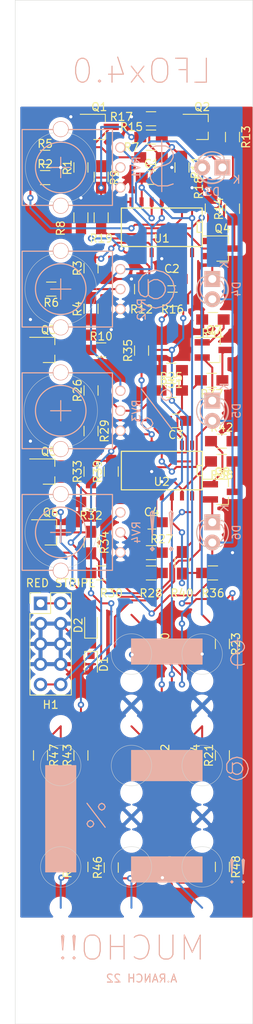
<source format=kicad_pcb>
(kicad_pcb (version 20171130) (host pcbnew "(5.1.6-0)")
  (layers (0 F.Cu signal) (31 B.Cu signal) (34 B.Paste user) (35 F.Paste user) (36 B.SilkS user) (37 F.SilkS user) (38 B.Mask user) (39 F.Mask user) (44 Edge.Cuts user))
  (net 0 "")
  (net 1 "Net-(C1-Pad1)")
  (net 2 "Net-(C1-Pad2)")
  (net 3 "Net-(C2-Pad1)")
  (net 4 "Net-(C2-Pad2)")
  (net 5 "Net-(C3-Pad1)")
  (net 6 "Net-(C3-Pad2)")
  (net 7 "Net-(C4-Pad1)")
  (net 8 "Net-(C4-Pad2)")
  (net 9 "Net-(D1-Pad1)")
  (net 10 +12V)
  (net 11 "Net-(D3-Pad1)")
  (net 12 "Net-(D4-Pad1)")
  (net 13 "Net-(D5-Pad1)")
  (net 14 "Net-(D6-Pad1)")
  (net 15 GND)
  (net 16 "Net-(Q1-Pad2)")
  (net 17 "Net-(Q1-Pad3)")
  (net 18 "Net-(Q2-Pad1)")
  (net 19 "Net-(Q2-Pad3)")
  (net 20 "Net-(Q3-Pad2)")
  (net 21 "Net-(Q3-Pad3)")
  (net 22 "Net-(Q4-Pad1)")
  (net 23 "Net-(Q4-Pad3)")
  (net 24 "Net-(Q5-Pad2)")
  (net 25 "Net-(Q5-Pad3)")
  (net 26 "Net-(Q6-Pad2)")
  (net 27 "Net-(Q6-Pad3)")
  (net 28 "Net-(Q7-Pad1)")
  (net 29 "Net-(Q7-Pad3)")
  (net 30 "Net-(Q8-Pad1)")
  (net 31 "Net-(Q8-Pad3)")
  (net 32 "Net-(R1-Pad1)")
  (net 33 "Net-(R1-Pad2)")
  (net 34 "Net-(R3-Pad1)")
  (net 35 "Net-(R3-Pad2)")
  (net 36 "Net-(R15-Pad2)")
  (net 37 "Net-(R10-Pad2)")
  (net 38 "Net-(R11-Pad1)")
  (net 39 "Net-(R12-Pad1)")
  (net 40 "Net-(R19-Pad1)")
  (net 41 "Net-(R20-Pad1)")
  (net 42 "Net-(R21-Pad1)")
  (net 43 "Net-(R22-Pad1)")
  (net 44 "Net-(R25-Pad1)")
  (net 45 "Net-(R25-Pad2)")
  (net 46 "Net-(R27-Pad1)")
  (net 47 "Net-(R27-Pad2)")
  (net 48 "Net-(R33-Pad2)")
  (net 49 "Net-(R34-Pad2)")
  (net 50 "Net-(R35-Pad1)")
  (net 51 "Net-(R36-Pad1)")
  (net 52 "Net-(R43-Pad1)")
  (net 53 "Net-(R44-Pad1)")
  (net 54 "Net-(R45-Pad1)")
  (net 55 "Net-(R46-Pad1)")
  (net 56 -12V)
  (module Eurocad:LED3mm (layer B.Cu) (at 88.9 45.72 180)
    (fp_text reference D3 (at 0 -3.048) (layer B.SilkS) (effects (justify mirror)))
    (fp_text value LED)
    (fp_text user K (at -3.048 -1.524) (layer B.SilkS) (effects (justify mirror)))
    (pad 1 thru_hole rect (at -1.27 0 90) (size 2 2) (drill 1.00076) (layers *.Cu *.Mask B.SilkS) (net 11 "Net-(D3-Pad1)"))
    (pad 2 thru_hole circle (at 1.27 0 180) (size 2 2) (drill 1.00076) (layers *.Cu *.Mask B.SilkS) (net 10 +12V))
  )
  (module Eurocad:LED3mm (layer B.Cu) (at 88.9 60.96 270)
    (fp_text reference D4 (at 0 -3.048 270) (layer B.SilkS) (effects (justify mirror)))
    (fp_text value LED)
    (fp_text user K (at -3.048 -1.524 270) (layer B.SilkS) (effects (justify mirror)))
    (pad 1 thru_hole rect (at -1.27 0 180) (size 2 2) (drill 1.00076) (layers *.Cu *.Mask B.SilkS) (net 12 "Net-(D4-Pad1)"))
    (pad 2 thru_hole circle (at 1.27 0 270) (size 2 2) (drill 1.00076) (layers *.Cu *.Mask B.SilkS) (net 10 +12V))
  )
  (module Eurocad:LED3mm (layer B.Cu) (at 88.9 76.2 270)
    (fp_text reference D5 (at 0 -3.048 270) (layer B.SilkS) (effects (justify mirror)))
    (fp_text value LED)
    (fp_text user K (at -3.048 -1.524 270) (layer B.SilkS) (effects (justify mirror)))
    (pad 1 thru_hole rect (at -1.27 0 180) (size 2 2) (drill 1.00076) (layers *.Cu *.Mask B.SilkS) (net 13 "Net-(D5-Pad1)"))
    (pad 2 thru_hole circle (at 1.27 0 270) (size 2 2) (drill 1.00076) (layers *.Cu *.Mask B.SilkS) (net 10 +12V))
  )
  (module Eurocad:LED3mm (layer B.Cu) (at 88.9 91.44 270)
    (fp_text reference D6 (at 0 -3.048 270) (layer B.SilkS) (effects (justify mirror)))
    (fp_text value LED)
    (fp_text user K (at -3.048 -1.524 270) (layer B.SilkS) (effects (justify mirror)))
    (pad 1 thru_hole rect (at -1.27 0 180) (size 2 2) (drill 1.00076) (layers *.Cu *.Mask B.SilkS) (net 14 "Net-(D6-Pad1)"))
    (pad 2 thru_hole circle (at 1.27 0 270) (size 2 2) (drill 1.00076) (layers *.Cu *.Mask B.SilkS) (net 10 +12V))
  )
  (module Eurocad:Alpha9mmPot (layer B.Cu) (at 69.85 91.44 270)
    (fp_text reference RV4 (at 0 -9.5 270) (layer B.SilkS) (effects (justify mirror)))
    (fp_text value R_POT)
    (pad 1 thru_hole circle (at -2.5 -7.5 270) (size 1.3 1.3) (drill 1) (layers *.Cu *.Mask B.SilkS) (net 10 +12V))
    (pad 2 thru_hole circle (at 0 -7.5 270) (size 1.3 1.3) (drill 1) (layers *.Cu *.Mask B.SilkS) (net 46 "Net-(R27-Pad1)"))
    (pad 3 thru_hole circle (at 2.5 -7.5 270) (size 1.3 1.3) (drill 1) (layers *.Cu *.Mask B.SilkS) (net 15 GND))
    (pad "" thru_hole circle (at -4.8 0 270) (size 2 2) (drill 1.8) (layers *.Cu *.Mask B.SilkS))
    (pad "" thru_hole circle (at 4.8 0 270) (size 2 2) (drill 1.8) (layers *.Cu *.Mask B.SilkS))
  )
  (module Eurocad:Alpha9mmPot (layer B.Cu) (at 69.85 76.2 270)
    (fp_text reference RV3 (at 0 -9.5 270) (layer B.SilkS) (effects (justify mirror)))
    (fp_text value R_POT)
    (pad 1 thru_hole circle (at -2.5 -7.5 270) (size 1.3 1.3) (drill 1) (layers *.Cu *.Mask B.SilkS) (net 10 +12V))
    (pad 2 thru_hole circle (at 0 -7.5 270) (size 1.3 1.3) (drill 1) (layers *.Cu *.Mask B.SilkS) (net 44 "Net-(R25-Pad1)"))
    (pad 3 thru_hole circle (at 2.5 -7.5 270) (size 1.3 1.3) (drill 1) (layers *.Cu *.Mask B.SilkS) (net 15 GND))
    (pad "" thru_hole circle (at -4.8 0 270) (size 2 2) (drill 1.8) (layers *.Cu *.Mask B.SilkS))
    (pad "" thru_hole circle (at 4.8 0 270) (size 2 2) (drill 1.8) (layers *.Cu *.Mask B.SilkS))
  )
  (module Eurocad:Alpha9mmPot (layer B.Cu) (at 69.85 60.96 270)
    (fp_text reference RV2 (at 2.54 -10.16 270) (layer B.SilkS) (effects (justify mirror)))
    (fp_text value R_POT)
    (pad 1 thru_hole circle (at -2.5 -7.5 270) (size 1.3 1.3) (drill 1) (layers *.Cu *.Mask B.SilkS) (net 10 +12V))
    (pad 2 thru_hole circle (at 0 -7.5 270) (size 1.3 1.3) (drill 1) (layers *.Cu *.Mask B.SilkS) (net 34 "Net-(R3-Pad1)"))
    (pad 3 thru_hole circle (at 2.5 -7.5 270) (size 1.3 1.3) (drill 1) (layers *.Cu *.Mask B.SilkS) (net 15 GND))
    (pad "" thru_hole circle (at -4.8 0 270) (size 2 2) (drill 1.8) (layers *.Cu *.Mask B.SilkS))
    (pad "" thru_hole circle (at 4.8 0 270) (size 2 2) (drill 1.8) (layers *.Cu *.Mask B.SilkS))
  )
  (module Eurocad:Alpha9mmPot (layer B.Cu) (at 69.85 45.72 270)
    (fp_text reference RV1 (at 0 -9.5 270) (layer B.SilkS) (effects (justify mirror)))
    (fp_text value R_POT)
    (pad 1 thru_hole circle (at -2.5 -7.5 270) (size 1.3 1.3) (drill 1) (layers *.Cu *.Mask B.SilkS) (net 10 +12V))
    (pad 2 thru_hole circle (at 0 -7.5 270) (size 1.3 1.3) (drill 1) (layers *.Cu *.Mask B.SilkS) (net 32 "Net-(R1-Pad1)"))
    (pad 3 thru_hole circle (at 2.5 -7.5 270) (size 1.3 1.3) (drill 1) (layers *.Cu *.Mask B.SilkS) (net 15 GND))
    (pad "" thru_hole circle (at -4.8 0 270) (size 2 2) (drill 1.8) (layers *.Cu *.Mask B.SilkS))
    (pad "" thru_hole circle (at 4.8 0 270) (size 2 2) (drill 1.8) (layers *.Cu *.Mask B.SilkS))
  )
  (module Resistors_SMD:R_0805_HandSoldering (layer F.Cu) (at 91.44 41.91 270)
    (fp_text reference R13 (at 0 -1.7 90) (layer F.SilkS))
    (fp_text value 10K)
    (pad 2 smd rect (at 1.35 0 270) (size 1.5 1.3) (layers F.Cu F.Paste F.Mask) (net 1 "Net-(C1-Pad1)"))
    (pad 1 smd rect (at -1.35 0 270) (size 1.5 1.3) (layers F.Cu F.Paste F.Mask) (net 19 "Net-(Q2-Pad3)"))
  )
  (module Diodes_SMD:D_0805 (layer F.Cu) (at 73.66 103.09 90)
    (fp_text reference D2 (at 0 -1.6 90) (layer F.SilkS))
    (fp_text value 1N4001)
    (pad 1 smd rect (at -1.05 0 90) (size 0.8 0.9) (layers F.Cu F.Paste F.Mask) (net 15 GND))
    (pad 2 smd rect (at 1.05 0 90) (size 0.8 0.9) (layers F.Cu F.Paste F.Mask) (net 56 -12V))
  )
  (module Diodes_SMD:D_0805 (layer F.Cu) (at 73.66 107.95 270)
    (fp_text reference D1 (at 0 -1.6 90) (layer F.SilkS))
    (fp_text value 1N4001)
    (pad 1 smd rect (at -1.05 0 270) (size 0.8 0.9) (layers F.Cu F.Paste F.Mask) (net 9 "Net-(D1-Pad1)"))
    (pad 2 smd rect (at 1.05 0 270) (size 0.8 0.9) (layers F.Cu F.Paste F.Mask) (net 15 GND))
  )
  (module SMD_Packages:SOIC-14_N (layer F.Cu) (at 82.55 83.82 180)
    (fp_text reference U2 (at 0 -1.27) (layer F.SilkS))
    (fp_text value TL074)
    (pad 10 smd rect (at 1.27 -3.048 180) (size 0.508 1.143) (layers F.Cu F.Paste F.Mask) (net 47 "Net-(R27-Pad2)"))
    (pad 14 smd rect (at -3.81 -3.048 180) (size 0.508 1.143) (layers F.Cu F.Paste F.Mask) (net 49 "Net-(R34-Pad2)"))
    (pad 13 smd rect (at -2.54 -3.048 180) (size 0.508 1.143) (layers F.Cu F.Paste F.Mask) (net 7 "Net-(C4-Pad1)"))
    (pad 12 smd rect (at -1.27 -3.048 180) (size 0.508 1.143) (layers F.Cu F.Paste F.Mask) (net 51 "Net-(R36-Pad1)"))
    (pad 11 smd rect (at 0 -3.048 180) (size 0.508 1.143) (layers F.Cu F.Paste F.Mask) (net 15 GND))
    (pad 9 smd rect (at 2.54 -3.048 180) (size 0.508 1.143) (layers F.Cu F.Paste F.Mask) (net 8 "Net-(C4-Pad2)"))
    (pad 8 smd rect (at 3.81 -3.048 180) (size 0.508 1.143) (layers F.Cu F.Paste F.Mask) (net 7 "Net-(C4-Pad1)"))
    (pad 7 smd rect (at 3.81 3.302 180) (size 0.508 1.143) (layers F.Cu F.Paste F.Mask) (net 48 "Net-(R33-Pad2)"))
    (pad 6 smd rect (at 2.54 3.302 180) (size 0.508 1.143) (layers F.Cu F.Paste F.Mask) (net 5 "Net-(C3-Pad1)"))
    (pad 5 smd rect (at 1.27 3.302 180) (size 0.508 1.143) (layers F.Cu F.Paste F.Mask) (net 50 "Net-(R35-Pad1)"))
    (pad 4 smd rect (at 0 3.302 180) (size 0.508 1.143) (layers F.Cu F.Paste F.Mask) (net 10 +12V))
    (pad 3 smd rect (at -1.27 3.302 180) (size 0.508 1.143) (layers F.Cu F.Paste F.Mask) (net 45 "Net-(R25-Pad2)"))
    (pad 2 smd rect (at -2.54 3.302 180) (size 0.508 1.143) (layers F.Cu F.Paste F.Mask) (net 6 "Net-(C3-Pad2)"))
    (pad 1 smd rect (at -3.81 3.302 180) (size 0.508 1.143) (layers F.Cu F.Paste F.Mask) (net 5 "Net-(C3-Pad1)"))
  )
  (module SMD_Packages:SOIC-14_N (layer F.Cu) (at 82.55 53.34 180)
    (fp_text reference U1 (at 0 -1.27) (layer F.SilkS))
    (fp_text value TL074)
    (pad 10 smd rect (at 1.27 -3.048 180) (size 0.508 1.143) (layers F.Cu F.Paste F.Mask) (net 35 "Net-(R3-Pad2)"))
    (pad 14 smd rect (at -3.81 -3.048 180) (size 0.508 1.143) (layers F.Cu F.Paste F.Mask) (net 37 "Net-(R10-Pad2)"))
    (pad 13 smd rect (at -2.54 -3.048 180) (size 0.508 1.143) (layers F.Cu F.Paste F.Mask) (net 3 "Net-(C2-Pad1)"))
    (pad 12 smd rect (at -1.27 -3.048 180) (size 0.508 1.143) (layers F.Cu F.Paste F.Mask) (net 39 "Net-(R12-Pad1)"))
    (pad 11 smd rect (at 0 -3.048 180) (size 0.508 1.143) (layers F.Cu F.Paste F.Mask) (net 15 GND))
    (pad 9 smd rect (at 2.54 -3.048 180) (size 0.508 1.143) (layers F.Cu F.Paste F.Mask) (net 4 "Net-(C2-Pad2)"))
    (pad 8 smd rect (at 3.81 -3.048 180) (size 0.508 1.143) (layers F.Cu F.Paste F.Mask) (net 3 "Net-(C2-Pad1)"))
    (pad 7 smd rect (at 3.81 3.302 180) (size 0.508 1.143) (layers F.Cu F.Paste F.Mask) (net 36 "Net-(R15-Pad2)"))
    (pad 6 smd rect (at 2.54 3.302 180) (size 0.508 1.143) (layers F.Cu F.Paste F.Mask) (net 1 "Net-(C1-Pad1)"))
    (pad 5 smd rect (at 1.27 3.302 180) (size 0.508 1.143) (layers F.Cu F.Paste F.Mask) (net 38 "Net-(R11-Pad1)"))
    (pad 4 smd rect (at 0 3.302 180) (size 0.508 1.143) (layers F.Cu F.Paste F.Mask) (net 10 +12V))
    (pad 3 smd rect (at -1.27 3.302 180) (size 0.508 1.143) (layers F.Cu F.Paste F.Mask) (net 33 "Net-(R1-Pad2)"))
    (pad 2 smd rect (at -2.54 3.302 180) (size 0.508 1.143) (layers F.Cu F.Paste F.Mask) (net 2 "Net-(C1-Pad2)"))
    (pad 1 smd rect (at -3.81 3.302 180) (size 0.508 1.143) (layers F.Cu F.Paste F.Mask) (net 1 "Net-(C1-Pad1)"))
  )
  (module Resistors_SMD:R_0805_HandSoldering (layer F.Cu) (at 90.17 133.35 270)
    (fp_text reference R48 (at 0 -1.7 90) (layer F.SilkS))
    (fp_text value 100K)
    (pad 2 smd rect (at 1.35 0 270) (size 1.5 1.3) (layers F.Cu F.Paste F.Mask) (net 15 GND))
    (pad 1 smd rect (at -1.35 0 270) (size 1.5 1.3) (layers F.Cu F.Paste F.Mask) (net 54 "Net-(R45-Pad1)"))
  )
  (module Resistors_SMD:R_0805_HandSoldering (layer F.Cu) (at 67.31 119.38 270)
    (fp_text reference R47 (at 0 -1.7 90) (layer F.SilkS))
    (fp_text value 100K)
    (pad 2 smd rect (at 1.35 0 270) (size 1.5 1.3) (layers F.Cu F.Paste F.Mask) (net 15 GND))
    (pad 1 smd rect (at -1.35 0 270) (size 1.5 1.3) (layers F.Cu F.Paste F.Mask) (net 52 "Net-(R43-Pad1)"))
  )
  (module Resistors_SMD:R_0805_HandSoldering (layer F.Cu) (at 76.2 133.43 90)
    (fp_text reference R46 (at 0 -1.7 90) (layer F.SilkS))
    (fp_text value 1K)
    (pad 2 smd rect (at 1.35 0 90) (size 1.5 1.3) (layers F.Cu F.Paste F.Mask) (net 7 "Net-(C4-Pad1)"))
    (pad 1 smd rect (at -1.35 0 90) (size 1.5 1.3) (layers F.Cu F.Paste F.Mask) (net 55 "Net-(R46-Pad1)"))
  )
  (module Resistors_SMD:R_0805_HandSoldering (layer F.Cu) (at 85.09 133.35 90)
    (fp_text reference R45 (at 0 -1.7 90) (layer F.SilkS))
    (fp_text value 100K)
    (pad 2 smd rect (at 1.35 0 90) (size 1.5 1.3) (layers F.Cu F.Paste F.Mask) (net 49 "Net-(R34-Pad2)"))
    (pad 1 smd rect (at -1.35 0 90) (size 1.5 1.3) (layers F.Cu F.Paste F.Mask) (net 54 "Net-(R45-Pad1)"))
  )
  (module Resistors_SMD:R_0805_HandSoldering (layer F.Cu) (at 72.39 133.35 90)
    (fp_text reference R44 (at 0 -1.7 90) (layer F.SilkS))
    (fp_text value 1K)
    (pad 2 smd rect (at 1.35 0 90) (size 1.5 1.3) (layers F.Cu F.Paste F.Mask) (net 5 "Net-(C3-Pad1)"))
    (pad 1 smd rect (at -1.35 0 90) (size 1.5 1.3) (layers F.Cu F.Paste F.Mask) (net 53 "Net-(R44-Pad1)"))
  )
  (module Resistors_SMD:R_0805_HandSoldering (layer F.Cu) (at 72.39 119.38 90)
    (fp_text reference R43 (at 0 -1.7 90) (layer F.SilkS))
    (fp_text value 100K)
    (pad 2 smd rect (at 1.35 0 90) (size 1.5 1.3) (layers F.Cu F.Paste F.Mask) (net 48 "Net-(R33-Pad2)"))
    (pad 1 smd rect (at -1.35 0 90) (size 1.5 1.3) (layers F.Cu F.Paste F.Mask) (net 52 "Net-(R43-Pad1)"))
  )
  (module Resistors_SMD:R_0805_HandSoldering (layer F.Cu) (at 90.09 80.01)
    (fp_text reference R42 (at 0 -1.7) (layer F.SilkS))
    (fp_text value 1K)
    (pad 2 smd rect (at 1.35 0) (size 1.5 1.3) (layers F.Cu F.Paste F.Mask) (net 15 GND))
    (pad 1 smd rect (at -1.35 0) (size 1.5 1.3) (layers F.Cu F.Paste F.Mask) (net 30 "Net-(Q8-Pad1)"))
  )
  (module Resistors_SMD:R_0805_HandSoldering (layer F.Cu) (at 88.98 64.77 180)
    (fp_text reference R41 (at 0 -1.7) (layer F.SilkS))
    (fp_text value 1K)
    (pad 2 smd rect (at 1.35 0 180) (size 1.5 1.3) (layers F.Cu F.Paste F.Mask) (net 15 GND))
    (pad 1 smd rect (at -1.35 0 180) (size 1.5 1.3) (layers F.Cu F.Paste F.Mask) (net 28 "Net-(Q7-Pad1)"))
  )
  (module Resistors_SMD:R_0805_HandSoldering (layer F.Cu) (at 85.09 95.25 90)
    (fp_text reference R40 (at -3.81 0) (layer F.SilkS))
    (fp_text value 47K)
    (pad 2 smd rect (at 1.35 0 90) (size 1.5 1.3) (layers F.Cu F.Paste F.Mask) (net 49 "Net-(R34-Pad2)"))
    (pad 1 smd rect (at -1.35 0 90) (size 1.5 1.3) (layers F.Cu F.Paste F.Mask) (net 51 "Net-(R36-Pad1)"))
  )
  (module Resistors_SMD:R_0805_HandSoldering (layer F.Cu) (at 76.2 83.82 90)
    (fp_text reference R39 (at 0 -1.7 90) (layer F.SilkS))
    (fp_text value 47K)
    (pad 2 smd rect (at 1.35 0 90) (size 1.5 1.3) (layers F.Cu F.Paste F.Mask) (net 48 "Net-(R33-Pad2)"))
    (pad 1 smd rect (at -1.35 0 90) (size 1.5 1.3) (layers F.Cu F.Paste F.Mask) (net 50 "Net-(R35-Pad1)"))
  )
  (module Resistors_SMD:R_0805_HandSoldering (layer F.Cu) (at 90.09 82.55 180)
    (fp_text reference R38 (at 0 -1.7) (layer F.SilkS))
    (fp_text value 10K)
    (pad 2 smd rect (at 1.35 0 180) (size 1.5 1.3) (layers F.Cu F.Paste F.Mask) (net 7 "Net-(C4-Pad1)"))
    (pad 1 smd rect (at -1.35 0 180) (size 1.5 1.3) (layers F.Cu F.Paste F.Mask) (net 31 "Net-(Q8-Pad3)"))
  )
  (module Resistors_SMD:R_0805_HandSoldering (layer F.Cu) (at 88.82 72.39 180)
    (fp_text reference R37 (at 0 -1.7) (layer F.SilkS))
    (fp_text value 10K)
    (pad 2 smd rect (at 1.35 0 180) (size 1.5 1.3) (layers F.Cu F.Paste F.Mask) (net 5 "Net-(C3-Pad1)"))
    (pad 1 smd rect (at -1.35 0 180) (size 1.5 1.3) (layers F.Cu F.Paste F.Mask) (net 29 "Net-(Q7-Pad3)"))
  )
  (module Resistors_SMD:R_0805_HandSoldering (layer F.Cu) (at 88.98 96.52)
    (fp_text reference R36 (at 0 2.54) (layer F.SilkS))
    (fp_text value 47K)
    (pad 1 smd rect (at -1.35 0) (size 1.5 1.3) (layers F.Cu F.Paste F.Mask) (net 51 "Net-(R36-Pad1)"))
    (pad 2 smd rect (at 1.35 0) (size 1.5 1.3) (layers F.Cu F.Paste F.Mask) (net 15 GND))
  )
  (module Resistors_SMD:R_0805_HandSoldering (layer F.Cu) (at 80.01 68.66 90)
    (fp_text reference R35 (at 0 -1.7 90) (layer F.SilkS))
    (fp_text value 47K)
    (pad 2 smd rect (at 1.35 0 90) (size 1.5 1.3) (layers F.Cu F.Paste F.Mask) (net 15 GND))
    (pad 1 smd rect (at -1.35 0 90) (size 1.5 1.3) (layers F.Cu F.Paste F.Mask) (net 50 "Net-(R35-Pad1)"))
  )
  (module Resistors_SMD:R_0805_HandSoldering (layer F.Cu) (at 73.66 92.71 270)
    (fp_text reference R34 (at 0 -1.7 90) (layer F.SilkS))
    (fp_text value 10K)
    (pad 2 smd rect (at 1.35 0 270) (size 1.5 1.3) (layers F.Cu F.Paste F.Mask) (net 49 "Net-(R34-Pad2)"))
    (pad 1 smd rect (at -1.35 0 270) (size 1.5 1.3) (layers F.Cu F.Paste F.Mask) (net 27 "Net-(Q6-Pad3)"))
  )
  (module Resistors_SMD:R_0805_HandSoldering (layer F.Cu) (at 73.66 83.82 90)
    (fp_text reference R33 (at 0 -1.7 90) (layer F.SilkS))
    (fp_text value 10K)
    (pad 2 smd rect (at 1.35 0 90) (size 1.5 1.3) (layers F.Cu F.Paste F.Mask) (net 48 "Net-(R33-Pad2)"))
    (pad 1 smd rect (at -1.35 0 90) (size 1.5 1.3) (layers F.Cu F.Paste F.Mask) (net 25 "Net-(Q5-Pad3)"))
  )
  (module Resistors_SMD:R_0805_HandSoldering (layer F.Cu) (at 73.66 87.63 180)
    (fp_text reference R32 (at 0 -1.7) (layer F.SilkS))
    (fp_text value 47K)
    (pad 2 smd rect (at 1.35 0 180) (size 1.5 1.3) (layers F.Cu F.Paste F.Mask) (net 15 GND))
    (pad 1 smd rect (at -1.35 0 180) (size 1.5 1.3) (layers F.Cu F.Paste F.Mask) (net 47 "Net-(R27-Pad2)"))
  )
  (module Resistors_SMD:R_0805_HandSoldering (layer F.Cu) (at 83.74 71.12 180)
    (fp_text reference R31 (at 0 -1.7) (layer F.SilkS))
    (fp_text value 47K)
    (pad 2 smd rect (at 1.35 0 180) (size 1.5 1.3) (layers F.Cu F.Paste F.Mask) (net 15 GND))
    (pad 1 smd rect (at -1.35 0 180) (size 1.5 1.3) (layers F.Cu F.Paste F.Mask) (net 45 "Net-(R25-Pad2)"))
  )
  (module Resistors_SMD:R_0805_HandSoldering (layer F.Cu) (at 74.93 96.52 180)
    (fp_text reference R30 (at -1.27 -2.54) (layer F.SilkS))
    (fp_text value 47K)
    (pad 2 smd rect (at 1.35 0 180) (size 1.5 1.3) (layers F.Cu F.Paste F.Mask) (net 26 "Net-(Q6-Pad2)"))
    (pad 1 smd rect (at -1.35 0 180) (size 1.5 1.3) (layers F.Cu F.Paste F.Mask) (net 8 "Net-(C4-Pad2)"))
  )
  (module Resistors_SMD:R_0805_HandSoldering (layer F.Cu) (at 73.66 78.74 270)
    (fp_text reference R29 (at 0 -1.7 90) (layer F.SilkS))
    (fp_text value 47K)
    (pad 2 smd rect (at 1.35 0 270) (size 1.5 1.3) (layers F.Cu F.Paste F.Mask) (net 24 "Net-(Q5-Pad2)"))
    (pad 1 smd rect (at -1.35 0 270) (size 1.5 1.3) (layers F.Cu F.Paste F.Mask) (net 6 "Net-(C3-Pad2)"))
  )
  (module Resistors_SMD:R_0805_HandSoldering (layer F.Cu) (at 81.2 96.52 180)
    (fp_text reference R28 (at 0 -2.54) (layer F.SilkS))
    (fp_text value 100K)
    (pad 2 smd rect (at 1.35 0 180) (size 1.5 1.3) (layers F.Cu F.Paste F.Mask) (net 46 "Net-(R27-Pad1)"))
    (pad 1 smd rect (at -1.35 0 180) (size 1.5 1.3) (layers F.Cu F.Paste F.Mask) (net 8 "Net-(C4-Pad2)"))
  )
  (module Resistors_SMD:R_0805_HandSoldering (layer F.Cu) (at 81.2 93.98)
    (fp_text reference R27 (at 1.35 -1.7) (layer F.SilkS))
    (fp_text value 47K)
    (pad 2 smd rect (at 1.35 0) (size 1.5 1.3) (layers F.Cu F.Paste F.Mask) (net 47 "Net-(R27-Pad2)"))
    (pad 1 smd rect (at -1.35 0) (size 1.5 1.3) (layers F.Cu F.Paste F.Mask) (net 46 "Net-(R27-Pad1)"))
  )
  (module Resistors_SMD:R_0805_HandSoldering (layer F.Cu) (at 73.66 73.66 90)
    (fp_text reference R26 (at 0 -1.7 90) (layer F.SilkS))
    (fp_text value 100K)
    (pad 2 smd rect (at 1.35 0 90) (size 1.5 1.3) (layers F.Cu F.Paste F.Mask) (net 44 "Net-(R25-Pad1)"))
    (pad 1 smd rect (at -1.35 0 90) (size 1.5 1.3) (layers F.Cu F.Paste F.Mask) (net 6 "Net-(C3-Pad2)"))
  )
  (module Resistors_SMD:R_0805_HandSoldering (layer F.Cu) (at 83.74 73.66)
    (fp_text reference R25 (at 0 -1.7) (layer F.SilkS))
    (fp_text value 47K)
    (pad 2 smd rect (at 1.35 0) (size 1.5 1.3) (layers F.Cu F.Paste F.Mask) (net 45 "Net-(R25-Pad2)"))
    (pad 1 smd rect (at -1.35 0) (size 1.5 1.3) (layers F.Cu F.Paste F.Mask) (net 44 "Net-(R25-Pad1)"))
  )
  (module Resistors_SMD:R_0805_HandSoldering (layer F.Cu) (at 85.09 119.38 270)
    (fp_text reference R24 (at 0 -1.7 90) (layer F.SilkS))
    (fp_text value 100K)
    (pad 2 smd rect (at 1.35 0 270) (size 1.5 1.3) (layers F.Cu F.Paste F.Mask) (net 15 GND))
    (pad 1 smd rect (at -1.35 0 270) (size 1.5 1.3) (layers F.Cu F.Paste F.Mask) (net 42 "Net-(R21-Pad1)"))
  )
  (module Resistors_SMD:R_0805_HandSoldering (layer F.Cu) (at 90.17 105.41 270)
    (fp_text reference R23 (at 0 -1.7 90) (layer F.SilkS))
    (fp_text value 100K)
    (pad 2 smd rect (at 1.35 0 270) (size 1.5 1.3) (layers F.Cu F.Paste F.Mask) (net 15 GND))
    (pad 1 smd rect (at -1.35 0 270) (size 1.5 1.3) (layers F.Cu F.Paste F.Mask) (net 40 "Net-(R19-Pad1)"))
  )
  (module Resistors_SMD:R_0805_HandSoldering (layer F.Cu) (at 81.28 119.38 270)
    (fp_text reference R22 (at 0 -1.7 90) (layer F.SilkS))
    (fp_text value 1K)
    (pad 2 smd rect (at 1.35 0 270) (size 1.5 1.3) (layers F.Cu F.Paste F.Mask) (net 3 "Net-(C2-Pad1)"))
    (pad 1 smd rect (at -1.35 0 270) (size 1.5 1.3) (layers F.Cu F.Paste F.Mask) (net 43 "Net-(R22-Pad1)"))
  )
  (module Resistors_SMD:R_0805_HandSoldering (layer F.Cu) (at 90.17 119.38 90)
    (fp_text reference R21 (at 0 -1.7 90) (layer F.SilkS))
    (fp_text value 100K)
    (pad 2 smd rect (at 1.35 0 90) (size 1.5 1.3) (layers F.Cu F.Paste F.Mask) (net 37 "Net-(R10-Pad2)"))
    (pad 1 smd rect (at -1.35 0 90) (size 1.5 1.3) (layers F.Cu F.Paste F.Mask) (net 42 "Net-(R21-Pad1)"))
  )
  (module Resistors_SMD:R_0805_HandSoldering (layer F.Cu) (at 81.28 105.41 270)
    (fp_text reference R20 (at 0 -1.7 90) (layer F.SilkS))
    (fp_text value 1K)
    (pad 2 smd rect (at 1.35 0 270) (size 1.5 1.3) (layers F.Cu F.Paste F.Mask) (net 1 "Net-(C1-Pad1)"))
    (pad 1 smd rect (at -1.35 0 270) (size 1.5 1.3) (layers F.Cu F.Paste F.Mask) (net 41 "Net-(R20-Pad1)"))
  )
  (module Resistors_SMD:R_0805_HandSoldering (layer F.Cu) (at 74.93 51.99 90)
    (fp_text reference R19 (at -2.62 0 180) (layer F.SilkS))
    (fp_text value 100K)
    (pad 2 smd rect (at 1.35 0 90) (size 1.5 1.3) (layers F.Cu F.Paste F.Mask) (net 36 "Net-(R15-Pad2)"))
    (pad 1 smd rect (at -1.35 0 90) (size 1.5 1.3) (layers F.Cu F.Paste F.Mask) (net 40 "Net-(R19-Pad1)"))
  )
  (module Resistors_SMD:R_0805_HandSoldering (layer F.Cu) (at 88.9 50.88 90)
    (fp_text reference R18 (at 2.62 -1.7 90) (layer F.SilkS))
    (fp_text value 1K)
    (pad 2 smd rect (at 1.35 0 90) (size 1.5 1.3) (layers F.Cu F.Paste F.Mask) (net 15 GND))
    (pad 1 smd rect (at -1.35 0 90) (size 1.5 1.3) (layers F.Cu F.Paste F.Mask) (net 22 "Net-(Q4-Pad1)"))
  )
  (module Resistors_SMD:R_0805_HandSoldering (layer F.Cu) (at 81.2 39.62 180)
    (fp_text reference R17 (at 3.73 0.25) (layer F.SilkS))
    (fp_text value 1K)
    (pad 2 smd rect (at 1.35 0 180) (size 1.5 1.3) (layers F.Cu F.Paste F.Mask) (net 15 GND))
    (pad 1 smd rect (at -1.35 0 180) (size 1.5 1.3) (layers F.Cu F.Paste F.Mask) (net 18 "Net-(Q2-Pad1)"))
  )
  (module Resistors_SMD:R_0805_HandSoldering (layer F.Cu) (at 83.9 62.23)
    (fp_text reference R16 (at 0 1.27) (layer F.SilkS))
    (fp_text value 47K)
    (pad 2 smd rect (at 1.35 0) (size 1.5 1.3) (layers F.Cu F.Paste F.Mask) (net 37 "Net-(R10-Pad2)"))
    (pad 1 smd rect (at -1.35 0) (size 1.5 1.3) (layers F.Cu F.Paste F.Mask) (net 39 "Net-(R12-Pad1)"))
  )
  (module Resistors_SMD:R_0805_HandSoldering (layer F.Cu) (at 81.2 41.91 180)
    (fp_text reference R15 (at 2.46 1.27) (layer F.SilkS))
    (fp_text value 47K)
    (pad 2 smd rect (at 1.35 0 180) (size 1.5 1.3) (layers F.Cu F.Paste F.Mask) (net 36 "Net-(R15-Pad2)"))
    (pad 1 smd rect (at -1.35 0 180) (size 1.5 1.3) (layers F.Cu F.Paste F.Mask) (net 38 "Net-(R11-Pad1)"))
  )
  (module Resistors_SMD:R_0805_HandSoldering (layer F.Cu) (at 91.44 50.88 90)
    (fp_text reference R14 (at 0 -1.7 90) (layer F.SilkS))
    (fp_text value 10K)
    (pad 2 smd rect (at 1.35 0 90) (size 1.5 1.3) (layers F.Cu F.Paste F.Mask) (net 3 "Net-(C2-Pad1)"))
    (pad 1 smd rect (at -1.35 0 90) (size 1.5 1.3) (layers F.Cu F.Paste F.Mask) (net 23 "Net-(Q4-Pad3)"))
  )
  (module Resistors_SMD:R_0805_HandSoldering (layer F.Cu) (at 80.01 60.96 90)
    (fp_text reference R12 (at -2.54 0) (layer F.SilkS))
    (fp_text value 47K)
    (pad 2 smd rect (at 1.35 0 90) (size 1.5 1.3) (layers F.Cu F.Paste F.Mask) (net 15 GND))
    (pad 1 smd rect (at -1.35 0 90) (size 1.5 1.3) (layers F.Cu F.Paste F.Mask) (net 39 "Net-(R12-Pad1)"))
  )
  (module Resistors_SMD:R_0805_HandSoldering (layer F.Cu) (at 85.09 45.72 270)
    (fp_text reference R11 (at 0 -1.7 90) (layer F.SilkS))
    (fp_text value 47K)
    (pad 2 smd rect (at 1.35 0 270) (size 1.5 1.3) (layers F.Cu F.Paste F.Mask) (net 15 GND))
    (pad 1 smd rect (at -1.35 0 270) (size 1.5 1.3) (layers F.Cu F.Paste F.Mask) (net 38 "Net-(R11-Pad1)"))
  )
  (module Resistors_SMD:R_0805_HandSoldering (layer F.Cu) (at 74.93 68.58)
    (fp_text reference R10 (at 0 -1.7) (layer F.SilkS))
    (fp_text value 10K)
    (pad 2 smd rect (at 1.35 0) (size 1.5 1.3) (layers F.Cu F.Paste F.Mask) (net 37 "Net-(R10-Pad2)"))
    (pad 1 smd rect (at -1.35 0) (size 1.5 1.3) (layers F.Cu F.Paste F.Mask) (net 21 "Net-(Q3-Pad3)"))
  )
  (module Resistors_SMD:R_0805_HandSoldering (layer F.Cu) (at 74.93 46.91 270)
    (fp_text reference R9 (at 0.08 -1.7 90) (layer F.SilkS))
    (fp_text value 10K)
    (pad 2 smd rect (at 1.35 0 270) (size 1.5 1.3) (layers F.Cu F.Paste F.Mask) (net 36 "Net-(R15-Pad2)"))
    (pad 1 smd rect (at -1.35 0 270) (size 1.5 1.3) (layers F.Cu F.Paste F.Mask) (net 17 "Net-(Q1-Pad3)"))
  )
  (module Resistors_SMD:R_0805_HandSoldering (layer F.Cu) (at 72.39 51.99 90)
    (fp_text reference R8 (at -1.35 -2.54 90) (layer F.SilkS))
    (fp_text value 47K)
    (pad 2 smd rect (at 1.35 0 90) (size 1.5 1.3) (layers F.Cu F.Paste F.Mask) (net 15 GND))
    (pad 1 smd rect (at -1.35 0 90) (size 1.5 1.3) (layers F.Cu F.Paste F.Mask) (net 35 "Net-(R3-Pad2)"))
  )
  (module Resistors_SMD:R_0805_HandSoldering (layer F.Cu) (at 81.2 44.45)
    (fp_text reference R7 (at -2.46 -1.27) (layer F.SilkS))
    (fp_text value 47K)
    (pad 2 smd rect (at 1.35 0) (size 1.5 1.3) (layers F.Cu F.Paste F.Mask) (net 15 GND))
    (pad 1 smd rect (at -1.35 0) (size 1.5 1.3) (layers F.Cu F.Paste F.Mask) (net 33 "Net-(R1-Pad2)"))
  )
  (module Resistors_SMD:R_0805_HandSoldering (layer F.Cu) (at 68.66 60.96 180)
    (fp_text reference R6 (at 0 -1.7) (layer F.SilkS))
    (fp_text value 47K)
    (pad 2 smd rect (at 1.35 0 180) (size 1.5 1.3) (layers F.Cu F.Paste F.Mask) (net 20 "Net-(Q3-Pad2)"))
    (pad 1 smd rect (at -1.35 0 180) (size 1.5 1.3) (layers F.Cu F.Paste F.Mask) (net 4 "Net-(C2-Pad2)"))
  )
  (module Resistors_SMD:R_0805_HandSoldering (layer F.Cu) (at 67.89 44.45)
    (fp_text reference R5 (at 0 -1.7) (layer F.SilkS))
    (fp_text value 47K)
    (pad 2 smd rect (at 1.35 0) (size 1.5 1.3) (layers F.Cu F.Paste F.Mask) (net 16 "Net-(Q1-Pad2)"))
    (pad 1 smd rect (at -1.35 0) (size 1.5 1.3) (layers F.Cu F.Paste F.Mask) (net 2 "Net-(C1-Pad2)"))
  )
  (module Resistors_SMD:R_0805_HandSoldering (layer F.Cu) (at 73.66 63.42 90)
    (fp_text reference R4 (at 0 -1.7 90) (layer F.SilkS))
    (fp_text value 100K)
    (pad 2 smd rect (at 1.35 0 90) (size 1.5 1.3) (layers F.Cu F.Paste F.Mask) (net 34 "Net-(R3-Pad1)"))
    (pad 1 smd rect (at -1.35 0 90) (size 1.5 1.3) (layers F.Cu F.Paste F.Mask) (net 4 "Net-(C2-Pad2)"))
  )
  (module Resistors_SMD:R_0805_HandSoldering (layer F.Cu) (at 73.66 58.34 90)
    (fp_text reference R3 (at 0 -1.7 90) (layer F.SilkS))
    (fp_text value 47K)
    (pad 2 smd rect (at 1.35 0 90) (size 1.5 1.3) (layers F.Cu F.Paste F.Mask) (net 35 "Net-(R3-Pad2)"))
    (pad 1 smd rect (at -1.35 0 90) (size 1.5 1.3) (layers F.Cu F.Paste F.Mask) (net 34 "Net-(R3-Pad1)"))
  )
  (module Resistors_SMD:R_0805_HandSoldering (layer F.Cu) (at 67.89 46.99)
    (fp_text reference R2 (at 0 -1.7) (layer F.SilkS))
    (fp_text value 100K)
    (pad 2 smd rect (at 1.35 0) (size 1.5 1.3) (layers F.Cu F.Paste F.Mask) (net 32 "Net-(R1-Pad1)"))
    (pad 1 smd rect (at -1.35 0) (size 1.5 1.3) (layers F.Cu F.Paste F.Mask) (net 2 "Net-(C1-Pad2)"))
  )
  (module Resistors_SMD:R_0805_HandSoldering (layer F.Cu) (at 72.39 45.72 90)
    (fp_text reference R1 (at 0 -1.7 90) (layer F.SilkS))
    (fp_text value 47K)
    (pad 2 smd rect (at 1.35 0 90) (size 1.5 1.3) (layers F.Cu F.Paste F.Mask) (net 33 "Net-(R1-Pad2)"))
    (pad 1 smd rect (at -1.35 0 90) (size 1.5 1.3) (layers F.Cu F.Paste F.Mask) (net 32 "Net-(R1-Pad1)"))
  )
  (module TO_SOT_Packages_SMD:SOT-23_Handsoldering (layer F.Cu) (at 90.17 86.36)
    (fp_text reference Q8 (at 0 -2.5) (layer F.SilkS))
    (fp_text value 2N3904)
    (pad 3 smd rect (at 1.5 0) (size 1.9 0.8) (layers F.Cu F.Paste F.Mask) (net 31 "Net-(Q8-Pad3)"))
    (pad 2 smd rect (at -1.5 0.95) (size 1.9 0.8) (layers F.Cu F.Paste F.Mask) (net 14 "Net-(D6-Pad1)"))
    (pad 1 smd rect (at -1.5 -0.95) (size 1.9 0.8) (layers F.Cu F.Paste F.Mask) (net 30 "Net-(Q8-Pad1)"))
  )
  (module TO_SOT_Packages_SMD:SOT-23_Handsoldering (layer F.Cu) (at 89.13 68.58)
    (fp_text reference Q7 (at 0 -2.5) (layer F.SilkS))
    (fp_text value 2N3904)
    (pad 3 smd rect (at 1.5 0) (size 1.9 0.8) (layers F.Cu F.Paste F.Mask) (net 29 "Net-(Q7-Pad3)"))
    (pad 2 smd rect (at -1.5 0.95) (size 1.9 0.8) (layers F.Cu F.Paste F.Mask) (net 13 "Net-(D5-Pad1)"))
    (pad 1 smd rect (at -1.5 -0.95) (size 1.9 0.8) (layers F.Cu F.Paste F.Mask) (net 28 "Net-(Q7-Pad1)"))
  )
  (module TO_SOT_Packages_SMD:SOT-23_Handsoldering (layer F.Cu) (at 68.58 91.44)
    (fp_text reference Q6 (at 0 -2.5) (layer F.SilkS))
    (fp_text value 2N3904)
    (pad 3 smd rect (at 1.5 0) (size 1.9 0.8) (layers F.Cu F.Paste F.Mask) (net 27 "Net-(Q6-Pad3)"))
    (pad 2 smd rect (at -1.5 0.95) (size 1.9 0.8) (layers F.Cu F.Paste F.Mask) (net 26 "Net-(Q6-Pad2)"))
    (pad 1 smd rect (at -1.5 -0.95) (size 1.9 0.8) (layers F.Cu F.Paste F.Mask) (net 15 GND))
  )
  (module TO_SOT_Packages_SMD:SOT-23_Handsoldering (layer F.Cu) (at 68.35 83.82)
    (fp_text reference Q5 (at 0 -2.5) (layer F.SilkS))
    (fp_text value 2N3904)
    (pad 3 smd rect (at 1.5 0) (size 1.9 0.8) (layers F.Cu F.Paste F.Mask) (net 25 "Net-(Q5-Pad3)"))
    (pad 2 smd rect (at -1.5 0.95) (size 1.9 0.8) (layers F.Cu F.Paste F.Mask) (net 24 "Net-(Q5-Pad2)"))
    (pad 1 smd rect (at -1.5 -0.95) (size 1.9 0.8) (layers F.Cu F.Paste F.Mask) (net 15 GND))
  )
  (module TO_SOT_Packages_SMD:SOT-23_Handsoldering (layer F.Cu) (at 90.17 55.88)
    (fp_text reference Q4 (at 0 -2.5) (layer F.SilkS))
    (fp_text value 2N3904)
    (pad 3 smd rect (at 1.5 0) (size 1.9 0.8) (layers F.Cu F.Paste F.Mask) (net 23 "Net-(Q4-Pad3)"))
    (pad 2 smd rect (at -1.5 0.95) (size 1.9 0.8) (layers F.Cu F.Paste F.Mask) (net 12 "Net-(D4-Pad1)"))
    (pad 1 smd rect (at -1.5 -0.95) (size 1.9 0.8) (layers F.Cu F.Paste F.Mask) (net 22 "Net-(Q4-Pad1)"))
  )
  (module TO_SOT_Packages_SMD:SOT-23_Handsoldering (layer F.Cu) (at 68.35 68.58)
    (fp_text reference Q3 (at 0 -2.5) (layer F.SilkS))
    (fp_text value 2N3904)
    (pad 3 smd rect (at 1.5 0) (size 1.9 0.8) (layers F.Cu F.Paste F.Mask) (net 21 "Net-(Q3-Pad3)"))
    (pad 2 smd rect (at -1.5 0.95) (size 1.9 0.8) (layers F.Cu F.Paste F.Mask) (net 20 "Net-(Q3-Pad2)"))
    (pad 1 smd rect (at -1.5 -0.95) (size 1.9 0.8) (layers F.Cu F.Paste F.Mask) (net 15 GND))
  )
  (module TO_SOT_Packages_SMD:SOT-23_Handsoldering (layer F.Cu) (at 87.63 40.64)
    (fp_text reference Q2 (at 0 -2.5) (layer F.SilkS))
    (fp_text value 2N3904)
    (pad 3 smd rect (at 1.5 0) (size 1.9 0.8) (layers F.Cu F.Paste F.Mask) (net 19 "Net-(Q2-Pad3)"))
    (pad 2 smd rect (at -1.5 0.95) (size 1.9 0.8) (layers F.Cu F.Paste F.Mask) (net 11 "Net-(D3-Pad1)"))
    (pad 1 smd rect (at -1.5 -0.95) (size 1.9 0.8) (layers F.Cu F.Paste F.Mask) (net 18 "Net-(Q2-Pad1)"))
  )
  (module TO_SOT_Packages_SMD:SOT-23_Handsoldering (layer F.Cu) (at 74.7 40.64)
    (fp_text reference Q1 (at 0 -2.5) (layer F.SilkS))
    (fp_text value 2N3904)
    (pad 3 smd rect (at 1.5 0) (size 1.9 0.8) (layers F.Cu F.Paste F.Mask) (net 17 "Net-(Q1-Pad3)"))
    (pad 2 smd rect (at -1.5 0.95) (size 1.9 0.8) (layers F.Cu F.Paste F.Mask) (net 16 "Net-(Q1-Pad2)"))
    (pad 1 smd rect (at -1.5 -0.95) (size 1.9 0.8) (layers F.Cu F.Paste F.Mask) (net 15 GND))
  )
  (module Pin_Headers:Pin_Header_Straight_2x05_Pitch2.54mm (layer F.Cu) (at 67.31 100.33)
    (fp_text reference H1 (at 1.27 12.7) (layer F.SilkS))
    (fp_text value PIN_HEADER_2x5)
    (pad 1 thru_hole rect (at 0 0) (size 1.7 1.7) (drill 1) (layers *.Cu *.Mask) (net 56 -12V))
    (pad 2 thru_hole oval (at 2.54 0) (size 1.7 1.7) (drill 1) (layers *.Cu *.Mask) (net 56 -12V))
    (pad 3 thru_hole oval (at 0 2.54) (size 1.7 1.7) (drill 1) (layers *.Cu *.Mask) (net 15 GND))
    (pad 4 thru_hole oval (at 2.54 2.54) (size 1.7 1.7) (drill 1) (layers *.Cu *.Mask) (net 15 GND))
    (pad 5 thru_hole oval (at 0 5.08) (size 1.7 1.7) (drill 1) (layers *.Cu *.Mask) (net 15 GND))
    (pad 6 thru_hole oval (at 2.54 5.08) (size 1.7 1.7) (drill 1) (layers *.Cu *.Mask) (net 15 GND))
    (pad 7 thru_hole oval (at 0 7.62) (size 1.7 1.7) (drill 1) (layers *.Cu *.Mask) (net 15 GND))
    (pad 8 thru_hole oval (at 2.54 7.62) (size 1.7 1.7) (drill 1) (layers *.Cu *.Mask) (net 15 GND))
    (pad 9 thru_hole oval (at 0 10.16) (size 1.7 1.7) (drill 1) (layers *.Cu *.Mask) (net 10 +12V))
    (pad 10 thru_hole oval (at 2.54 10.16) (size 1.7 1.7) (drill 1) (layers *.Cu *.Mask) (net 10 +12V))
  )
  (module Capacitors_SMD:C_0805_HandSoldering (layer F.Cu) (at 81.3 90.17 180)
    (fp_text reference C4 (at 0.02 1.27) (layer F.SilkS))
    (fp_text value 100n)
    (pad 2 smd rect (at 1.25 0 180) (size 1.5 1.25) (layers F.Cu F.Paste F.Mask) (net 8 "Net-(C4-Pad2)"))
    (pad 1 smd rect (at -1.25 0 180) (size 1.5 1.25) (layers F.Cu F.Paste F.Mask) (net 7 "Net-(C4-Pad1)"))
  )
  (module Capacitors_SMD:C_0805_HandSoldering (layer F.Cu) (at 84.34 77.47 180)
    (fp_text reference C3 (at 0 -1.75) (layer F.SilkS))
    (fp_text value 100n)
    (pad 2 smd rect (at 1.25 0 180) (size 1.5 1.25) (layers F.Cu F.Paste F.Mask) (net 6 "Net-(C3-Pad2)"))
    (pad 1 smd rect (at -1.25 0 180) (size 1.5 1.25) (layers F.Cu F.Paste F.Mask) (net 5 "Net-(C3-Pad1)"))
  )
  (module Capacitors_SMD:C_0805_HandSoldering (layer F.Cu) (at 83.8 59.69 180)
    (fp_text reference C2 (at -0.02 1.27) (layer F.SilkS))
    (fp_text value 100n)
    (pad 2 smd rect (at 1.25 0 180) (size 1.5 1.25) (layers F.Cu F.Paste F.Mask) (net 4 "Net-(C2-Pad2)"))
    (pad 1 smd rect (at -1.25 0 180) (size 1.5 1.25) (layers F.Cu F.Paste F.Mask) (net 3 "Net-(C2-Pad1)"))
  )
  (module Capacitors_SMD:C_0805_HandSoldering (layer F.Cu) (at 81.28 46.99)
    (fp_text reference C1 (at 0 -1.75) (layer F.SilkS))
    (fp_text value 100n)
    (pad 2 smd rect (at 1.25 0) (size 1.5 1.25) (layers F.Cu F.Paste F.Mask) (net 2 "Net-(C1-Pad2)"))
    (pad 1 smd rect (at -1.25 0) (size 1.5 1.25) (layers F.Cu F.Paste F.Mask) (net 1 "Net-(C1-Pad1)"))
  )
  (gr_text "A.RANCH 22" (at 80.01 147.32) (layer B.SilkS) (effects (font (size 1 1)) (justify mirror)))
  (gr_text MUCHO!! (at 78.74 143.51) (layer B.SilkS) (effects (font (size 3 3)) (justify mirror)))
  (gr_text LFOx4.0 (at 80.01 33.655) (layer B.SilkS) (effects (font (size 3 3)) (justify mirror)))
  (gr_text @ (at 81.915 60.325) (layer B.SilkS) (effects (font (size 5 5)) (justify mirror)))
  (gr_text !! (at 82.55 91.44) (layer B.SilkS) (effects (font (size 5 5)) (justify mirror)))
  (gr_text % (at 81.915 76.2) (layer B.SilkS) (effects (font (size 5 5)) (justify mirror)))
  (gr_text $ (at 82.55 45.72) (layer B.SilkS) (effects (font (size 5 5)) (justify mirror)))
  (gr_text % (at 74.295 127) (layer B.SilkS) (effects (font (size 3 3)) (justify mirror)))
  (gr_text !! (at 92.075 133.985) (layer B.SilkS) (effects (font (size 3 3)) (justify mirror)))
  (gr_text @ (at 92.075 120.65) (layer B.SilkS) (effects (font (size 3 3)) (justify mirror)))
  (gr_text $ (at 92.075 106.68) (layer B.SilkS) (effects (font (size 3 3)) (justify mirror)))
  (gr_poly (pts (xy 87.63 107.95) (xy 78.74 107.95) (xy 78.74 104.775) (xy 87.63 104.775)) (layer B.SilkS) (width 0.1))
  (gr_poly (pts (xy 71.755 133.985) (xy 67.945 133.985) (xy 67.945 120.65) (xy 71.755 120.65)) (layer B.SilkS) (width 0.1))
  (gr_poly (pts (xy 87.63 135.255) (xy 78.74 135.255) (xy 78.74 132.08) (xy 87.63 132.08)) (layer B.SilkS) (width 0.1))
  (gr_poly (pts (xy 87.63 122.555) (xy 78.74 122.555) (xy 78.74 118.745) (xy 87.63 118.745)) (layer B.SilkS) (width 0.1))
  (gr_line (start 64.135 153.035) (end 64.77 153.035) (layer Edge.Cuts) (width 0.05))
  (gr_line (start 64.135 24.765) (end 64.135 153.035) (layer Edge.Cuts) (width 0.05))
  (gr_line (start 64.77 24.765) (end 64.135 24.765) (layer Edge.Cuts) (width 0.05))
  (gr_line (start 93.98 153.035) (end 93.98 152.4) (layer Edge.Cuts) (width 0.05))
  (gr_line (start 64.77 153.035) (end 93.98 153.035) (layer Edge.Cuts) (width 0.05))
  (gr_line (start 93.98 24.765) (end 64.77 24.765) (layer Edge.Cuts) (width 0.05))
  (gr_line (start 93.98 25.4) (end 93.98 24.765) (layer Edge.Cuts) (width 0.05))
  (gr_line (start 93.98 152.4) (end 93.98 139.7) (layer Edge.Cuts) (width 0.05))
  (gr_line (start 93.98 38.1) (end 93.98 25.4) (layer Edge.Cuts) (width 0.05))
  (gr_circle (center 69.85 133.35) (end 72.39 133.35) (layer Edge.Cuts) (width 0.05))
  (gr_circle (center 78.74 133.35) (end 81.28 133.35) (layer Edge.Cuts) (width 0.05))
  (gr_circle (center 87.63 133.35) (end 90.17 133.35) (layer Edge.Cuts) (width 0.05))
  (gr_circle (center 69.85 120.65) (end 72.39 120.65) (layer Edge.Cuts) (width 0.05))
  (gr_circle (center 78.74 120.65) (end 81.28 120.65) (layer Edge.Cuts) (width 0.05))
  (gr_circle (center 87.63 120.65) (end 90.17 120.65) (layer Edge.Cuts) (width 0.05))
  (gr_circle (center 87.63 106.68) (end 90.17 106.68) (layer Edge.Cuts) (width 0.05))
  (gr_circle (center 78.74 106.68) (end 81.28 106.68) (layer Edge.Cuts) (width 0.05))
  (gr_circle (center 88.9 45.72) (end 90.805 45.72) (layer Edge.Cuts) (width 0.05))
  (gr_circle (center 88.9 60.96) (end 90.805 60.96) (layer Edge.Cuts) (width 0.05))
  (gr_circle (center 88.9 76.2) (end 90.805 76.2) (layer Edge.Cuts) (width 0.05))
  (gr_circle (center 88.9 91.44) (end 90.805 90.805) (layer Edge.Cuts) (width 0.05))
  (gr_circle (center 69.85 91.44) (end 74.295 92.075) (layer Edge.Cuts) (width 0.05))
  (gr_circle (center 69.85 76.2) (end 74.295 77.47) (layer Edge.Cuts) (width 0.05))
  (gr_circle (center 69.85 60.96) (end 74.295 61.595) (layer Edge.Cuts) (width 0.05))
  (gr_circle (center 69.85 45.72) (end 74.295 45.72) (layer Edge.Cuts) (width 0.05))
  (gr_line (start 93.98 38.1) (end 93.98 139.7) (layer Edge.Cuts) (width 0.05))
  (gr_text "RED STRIPE" (at 69.85 97.79) (layer F.SilkS) (effects (font (size 1 1))))
  (via (at 69.85 45.72) (size 0.8) (drill 0.4) (layers F.Cu B.Cu) (net 0))
  (via (at 69.85 45.72) (size 0.8) (drill 0.4) (layers F.Cu B.Cu) (net 0))
  (segment (start 80.03 50.018) (end 80.01 50.038) (width 0.25) (layer F.Cu) (net 1))
  (segment (start 80.03 46.99) (end 80.03 48.24) (width 0.25) (layer F.Cu) (net 1))
  (segment (start 91.495001 43.315001) (end 91.44 43.26) (width 0.25) (layer F.Cu) (net 1))
  (segment (start 91.495001 46.934999) (end 91.495001 43.315001) (width 0.25) (layer F.Cu) (net 1))
  (segment (start 89.975001 48.454999) (end 91.495001 46.934999) (width 0.25) (layer F.Cu) (net 1))
  (segment (start 86.36 52.07) (end 86.36 52.07) (width 0.25) (layer F.Cu) (net 1))
  (via (at 86.36 52.07) (size 0.8) (drill 0.4) (layers F.Cu B.Cu) (net 1))
  (segment (start 86.36 52.07) (end 86.36 98.676998) (width 0.25) (layer B.Cu) (net 1))
  (segment (start 80.03 48.24) (end 80.03 50.018) (width 0.25) (layer F.Cu) (net 1))
  (via (at 80.03 48.24) (size 0.8) (drill 0.4) (layers F.Cu B.Cu) (net 1))
  (segment (start 83.86 52.07) (end 80.03 48.24) (width 0.25) (layer B.Cu) (net 1))
  (segment (start 85.09 102.87) (end 85.09 102.87) (width 0.25) (layer B.Cu) (net 1))
  (via (at 85.09 102.87) (size 0.8) (drill 0.4) (layers F.Cu B.Cu) (net 1))
  (segment (start 81.28 106.76) (end 78.82 106.76) (width 0.25) (layer F.Cu) (net 1))
  (segment (start 78.82 106.76) (end 78.82 106.76) (width 0.25) (layer F.Cu) (net 1))
  (via (at 78.82 106.76) (size 0.8) (drill 0.4) (layers F.Cu B.Cu) (net 1))
  (segment (start 85.09 102.87) (end 85.09 110.49) (width 0.25) (layer B.Cu) (net 1))
  (segment (start 83.86 52.07) (end 86.36 52.07) (width 0.25) (layer B.Cu) (net 1))
  (segment (start 89.53359 50.8) (end 86.36 50.8) (width 0.25) (layer F.Cu) (net 1))
  (segment (start 89.975001 48.454999) (end 89.975001 50.358589) (width 0.25) (layer F.Cu) (net 1))
  (segment (start 89.975001 50.358589) (end 89.53359 50.8) (width 0.25) (layer F.Cu) (net 1))
  (segment (start 86.36 50.8) (end 86.36 52.07) (width 0.25) (layer F.Cu) (net 1))
  (segment (start 86.36 50.038) (end 86.36 50.8) (width 0.25) (layer F.Cu) (net 1))
  (segment (start 85.09 102.87) (end 85.09 101.6) (width 0.25) (layer B.Cu) (net 1))
  (segment (start 85.09 101.6) (end 86.36 100.33) (width 0.25) (layer B.Cu) (net 1))
  (segment (start 86.36 100.33) (end 86.36 98.676998) (width 0.25) (layer B.Cu) (net 1))
  (segment (start 82.433002 106.76) (end 85.09 109.416998) (width 0.25) (layer F.Cu) (net 1))
  (segment (start 81.28 106.76) (end 82.433002 106.76) (width 0.25) (layer F.Cu) (net 1))
  (segment (start 85.09 109.416998) (end 85.09 110.49) (width 0.25) (layer F.Cu) (net 1))
  (segment (start 85.09 110.49) (end 85.09 110.49) (width 0.25) (layer F.Cu) (net 1))
  (via (at 85.09 110.49) (size 0.8) (drill 0.4) (layers F.Cu B.Cu) (net 1))
  (segment (start 85.09 49.55) (end 85.09 50.038) (width 0.25) (layer F.Cu) (net 2))
  (segment (start 82.53 46.99) (end 85.09 49.55) (width 0.25) (layer F.Cu) (net 2))
  (segment (start 66.04 46.99) (end 66.04 49.53) (width 0.25) (layer F.Cu) (net 2))
  (segment (start 66.04 49.53) (end 66.04 49.53) (width 0.25) (layer F.Cu) (net 2))
  (via (at 66.04 49.53) (size 0.8) (drill 0.4) (layers F.Cu B.Cu) (net 2))
  (segment (start 66.04 49.53) (end 66.04 50.8) (width 0.25) (layer B.Cu) (net 2))
  (segment (start 66.04 50.8) (end 68.58 53.34) (width 0.25) (layer B.Cu) (net 2))
  (segment (start 85.09 52.07) (end 85.09 52.07) (width 0.25) (layer F.Cu) (net 2))
  (segment (start 68.58 53.34) (end 74.93 53.34) (width 0.25) (layer B.Cu) (net 2))
  (segment (start 74.93 53.34) (end 76.2 53.34) (width 0.25) (layer B.Cu) (net 2))
  (segment (start 76.2 53.34) (end 78.74 53.34) (width 0.25) (layer B.Cu) (net 2))
  (segment (start 78.74 53.34) (end 78.74 53.34) (width 0.25) (layer F.Cu) (net 2))
  (via (at 78.74 53.34) (size 0.8) (drill 0.4) (layers F.Cu B.Cu) (net 2))
  (segment (start 85.09 50.8) (end 85.09 50.038) (width 0.25) (layer F.Cu) (net 2))
  (segment (start 85.09 52.07) (end 85.09 50.8) (width 0.25) (layer F.Cu) (net 2))
  (segment (start 79.19001 52.88999) (end 84.27001 52.88999) (width 0.25) (layer F.Cu) (net 2))
  (segment (start 84.27001 52.88999) (end 85.09 52.07) (width 0.25) (layer F.Cu) (net 2))
  (segment (start 78.74 53.34) (end 79.19001 52.88999) (width 0.25) (layer F.Cu) (net 2))
  (segment (start 66.54 46.99) (end 66.54 44.45) (width 0.25) (layer F.Cu) (net 2))
  (segment (start 85.05 56.428) (end 85.09 56.388) (width 0.25) (layer F.Cu) (net 3))
  (segment (start 85.05 59.69) (end 85.05 56.428) (width 0.25) (layer F.Cu) (net 3))
  (segment (start 85.09 56.388) (end 85.09 53.97641) (width 0.25) (layer F.Cu) (net 3))
  (segment (start 81.28 120.73) (end 82.55 119.46) (width 0.25) (layer F.Cu) (net 3))
  (segment (start 82.55 119.46) (end 82.55 110.49) (width 0.25) (layer F.Cu) (net 3))
  (segment (start 80.33009 53.97641) (end 85.09 53.97641) (width 0.25) (layer F.Cu) (net 3))
  (segment (start 82.55 110.49) (end 82.55 110.49) (width 0.25) (layer F.Cu) (net 3))
  (via (at 82.55 110.49) (size 0.8) (drill 0.4) (layers F.Cu B.Cu) (net 3))
  (segment (start 82.55 110.49) (end 82.55 87.63) (width 0.25) (layer B.Cu) (net 3))
  (segment (start 90.364999 50.605001) (end 91.44 49.53) (width 0.25) (layer F.Cu) (net 3))
  (segment (start 85.781408 53.97641) (end 85.09 53.97641) (width 0.25) (layer F.Cu) (net 3))
  (segment (start 83.839988 61.775012) (end 83.839988 63.480012) (width 0.25) (layer F.Cu) (net 3))
  (segment (start 85.05 60.565) (end 83.839988 61.775012) (width 0.25) (layer F.Cu) (net 3))
  (segment (start 85.05 59.69) (end 85.05 60.565) (width 0.25) (layer F.Cu) (net 3))
  (segment (start 83.839988 63.480012) (end 82.55 64.77) (width 0.25) (layer F.Cu) (net 3))
  (segment (start 82.55 64.77) (end 82.55 64.77) (width 0.25) (layer F.Cu) (net 3))
  (via (at 82.55 64.77) (size 0.8) (drill 0.4) (layers F.Cu B.Cu) (net 3))
  (segment (start 90.364999 55.170003) (end 89.655002 55.88) (width 0.25) (layer F.Cu) (net 3))
  (segment (start 90.364999 50.605001) (end 90.364999 55.170003) (width 0.25) (layer F.Cu) (net 3))
  (segment (start 87.684998 55.88) (end 85.781408 53.97641) (width 0.25) (layer F.Cu) (net 3))
  (segment (start 89.655002 55.88) (end 87.684998 55.88) (width 0.25) (layer F.Cu) (net 3))
  (segment (start 82.55 64.77) (end 82.55 74.93) (width 0.25) (layer B.Cu) (net 3))
  (segment (start 82.55 74.93) (end 85.09 77.47) (width 0.25) (layer B.Cu) (net 3))
  (segment (start 85.09 77.47) (end 85.09 85.09) (width 0.25) (layer B.Cu) (net 3))
  (segment (start 85.09 85.09) (end 82.55 87.63) (width 0.25) (layer B.Cu) (net 3))
  (segment (start 79.791489 54.515011) (end 77.564989 54.515011) (width 0.25) (layer F.Cu) (net 3))
  (segment (start 80.33009 53.97641) (end 79.791489 54.515011) (width 0.25) (layer F.Cu) (net 3))
  (segment (start 77.564989 54.515011) (end 77.47 54.61) (width 0.25) (layer F.Cu) (net 3))
  (segment (start 77.47 54.61) (end 73.66 54.61) (width 0.25) (layer F.Cu) (net 3))
  (segment (start 73.66 54.61) (end 73.66 54.61) (width 0.25) (layer F.Cu) (net 3))
  (via (at 73.66 54.61) (size 0.8) (drill 0.4) (layers F.Cu B.Cu) (net 3))
  (segment (start 78.74 56.388) (end 77.978 56.388) (width 0.25) (layer F.Cu) (net 3))
  (segment (start 77.978 56.388) (end 77.47 55.88) (width 0.25) (layer F.Cu) (net 3))
  (segment (start 77.47 55.88) (end 77.47 55.88) (width 0.25) (layer F.Cu) (net 3))
  (via (at 77.47 55.88) (size 0.8) (drill 0.4) (layers F.Cu B.Cu) (net 3))
  (segment (start 76.2 54.61) (end 77.47 55.88) (width 0.25) (layer B.Cu) (net 3))
  (segment (start 73.66 54.61) (end 76.2 54.61) (width 0.25) (layer B.Cu) (net 3))
  (segment (start 70.01 61.12) (end 73.66 64.77) (width 0.25) (layer F.Cu) (net 4))
  (segment (start 70.01 60.96) (end 70.01 61.12) (width 0.25) (layer F.Cu) (net 4))
  (segment (start 80.01 56.388) (end 80.01 57.2095) (width 0.25) (layer F.Cu) (net 4))
  (segment (start 80.01 57.2095) (end 80.01 57.15) (width 0.25) (layer F.Cu) (net 4))
  (segment (start 80.985001 58.125001) (end 80.01 57.15) (width 0.25) (layer F.Cu) (net 4))
  (segment (start 73.66 64.77) (end 78.74 64.77) (width 0.25) (layer F.Cu) (net 4))
  (segment (start 78.74 64.77) (end 78.74 61.594998) (width 0.25) (layer F.Cu) (net 4))
  (segment (start 78.74 61.594998) (end 79.649997 60.685001) (width 0.25) (layer F.Cu) (net 4))
  (segment (start 80.920001 60.685001) (end 80.985001 60.620001) (width 0.25) (layer F.Cu) (net 4))
  (segment (start 79.649997 60.685001) (end 80.920001 60.685001) (width 0.25) (layer F.Cu) (net 4))
  (segment (start 80.985001 60.620001) (end 80.985001 59.984999) (width 0.25) (layer F.Cu) (net 4))
  (segment (start 81.28 59.69) (end 80.985001 59.984999) (width 0.25) (layer F.Cu) (net 4))
  (segment (start 80.985001 59.984999) (end 80.985001 58.125001) (width 0.25) (layer F.Cu) (net 4))
  (segment (start 82.55 59.69) (end 81.28 59.69) (width 0.25) (layer F.Cu) (net 4))
  (segment (start 86.36 73.5) (end 87.47 72.39) (width 0.25) (layer F.Cu) (net 5))
  (segment (start 86.36 77.47) (end 86.36 73.5) (width 0.25) (layer F.Cu) (net 5))
  (segment (start 85.09 77.47) (end 86.36 77.47) (width 0.25) (layer F.Cu) (net 5))
  (segment (start 86.36 80.518) (end 86.36 77.47) (width 0.25) (layer F.Cu) (net 5))
  (segment (start 80.01 80.518) (end 80.01 82.55) (width 0.25) (layer F.Cu) (net 5))
  (segment (start 86.36 82.55) (end 86.36 80.518) (width 0.25) (layer F.Cu) (net 5))
  (segment (start 74.93 124.46) (end 72.39 127) (width 0.25) (layer F.Cu) (net 5))
  (segment (start 72.39 127) (end 72.39 132) (width 0.25) (layer F.Cu) (net 5))
  (segment (start 74.93 103.13361) (end 74.93 124.46) (width 0.25) (layer F.Cu) (net 5))
  (segment (start 74.93 101.403002) (end 71.316998 97.79) (width 0.25) (layer F.Cu) (net 5))
  (segment (start 74.93 103.13361) (end 74.93 101.403002) (width 0.25) (layer F.Cu) (net 5))
  (segment (start 69.85 88.9) (end 69.85 88.9) (width 0.25) (layer F.Cu) (net 5))
  (via (at 69.85 88.9) (size 0.8) (drill 0.4) (layers F.Cu B.Cu) (net 5))
  (segment (start 71.316998 97.79) (end 71.316998 97.79) (width 0.25) (layer F.Cu) (net 5))
  (via (at 71.316998 97.79) (size 0.8) (drill 0.4) (layers F.Cu B.Cu) (net 5))
  (segment (start 71.316998 97.79) (end 71.316998 94.176998) (width 0.25) (layer B.Cu) (net 5))
  (segment (start 69.85 92.71) (end 69.85 88.9) (width 0.25) (layer B.Cu) (net 5))
  (segment (start 71.316998 94.176998) (end 69.85 92.71) (width 0.25) (layer B.Cu) (net 5))
  (segment (start 83.291997 83.275001) (end 81.808003 83.275001) (width 0.25) (layer F.Cu) (net 5))
  (segment (start 81.083002 82.55) (end 80.01 82.55) (width 0.25) (layer F.Cu) (net 5))
  (segment (start 81.808003 83.275001) (end 81.083002 82.55) (width 0.25) (layer F.Cu) (net 5))
  (segment (start 84.016998 82.55) (end 83.291997 83.275001) (width 0.25) (layer F.Cu) (net 5))
  (segment (start 86.36 82.55) (end 84.016998 82.55) (width 0.25) (layer F.Cu) (net 5))
  (segment (start 71.594998 85.09) (end 68.58 85.09) (width 0.25) (layer F.Cu) (net 5))
  (segment (start 67.31 87.63) (end 68.58 88.9) (width 0.25) (layer F.Cu) (net 5))
  (segment (start 73.159997 86.654999) (end 71.594998 85.09) (width 0.25) (layer F.Cu) (net 5))
  (segment (start 76.700003 86.654999) (end 73.159997 86.654999) (width 0.25) (layer F.Cu) (net 5))
  (segment (start 67.31 86.36) (end 67.31 87.63) (width 0.25) (layer F.Cu) (net 5))
  (segment (start 80.01 83.345002) (end 76.700003 86.654999) (width 0.25) (layer F.Cu) (net 5))
  (segment (start 68.58 88.9) (end 69.85 88.9) (width 0.25) (layer F.Cu) (net 5))
  (segment (start 68.58 85.09) (end 67.31 86.36) (width 0.25) (layer F.Cu) (net 5))
  (segment (start 80.01 82.55) (end 80.01 83.345002) (width 0.25) (layer F.Cu) (net 5))
  (segment (start 73.66 75.01) (end 73.66 77.39) (width 0.25) (layer F.Cu) (net 6))
  (segment (start 82.51 77.39) (end 82.59 77.47) (width 0.25) (layer F.Cu) (net 6))
  (segment (start 73.66 77.39) (end 82.51 77.39) (width 0.25) (layer F.Cu) (net 6))
  (segment (start 82.8635 77.47) (end 82.59 77.47) (width 0.25) (layer F.Cu) (net 6))
  (segment (start 85.09 79.6965) (end 82.8635 77.47) (width 0.25) (layer F.Cu) (net 6))
  (segment (start 85.09 80.518) (end 85.09 79.6965) (width 0.25) (layer F.Cu) (net 6))
  (segment (start 85.09 86.2) (end 85.09 86.868) (width 0.25) (layer F.Cu) (net 7))
  (segment (start 82.6095 90.17) (end 82.55 90.17) (width 0.25) (layer F.Cu) (net 7))
  (segment (start 85.09 86.0465) (end 84.1335 85.09) (width 0.25) (layer F.Cu) (net 7))
  (segment (start 85.09 86.868) (end 85.09 86.0465) (width 0.25) (layer F.Cu) (net 7))
  (segment (start 78.74 86.091088) (end 78.74 86.868) (width 0.25) (layer F.Cu) (net 7))
  (segment (start 79.741088 85.09) (end 78.74 86.091088) (width 0.25) (layer F.Cu) (net 7))
  (segment (start 87.394999 93.580003) (end 87.394999 83.895001) (width 0.25) (layer F.Cu) (net 7))
  (segment (start 86.000001 94.975001) (end 87.394999 93.580003) (width 0.25) (layer F.Cu) (net 7))
  (segment (start 84.729997 94.975001) (end 86.000001 94.975001) (width 0.25) (layer F.Cu) (net 7))
  (segment (start 84.114999 97.576413) (end 84.114999 95.589999) (width 0.25) (layer F.Cu) (net 7))
  (segment (start 84.114999 95.589999) (end 84.729997 94.975001) (width 0.25) (layer F.Cu) (net 7))
  (segment (start 82.181402 99.51001) (end 84.114999 97.576413) (width 0.25) (layer F.Cu) (net 7))
  (segment (start 87.394999 83.895001) (end 87.55 83.74) (width 0.25) (layer F.Cu) (net 7))
  (segment (start 88.74 82.55) (end 87.55 83.74) (width 0.25) (layer F.Cu) (net 7))
  (segment (start 87.55 83.74) (end 85.09 86.2) (width 0.25) (layer F.Cu) (net 7))
  (segment (start 82.55 90.17) (end 81.859001 89.479001) (width 0.25) (layer F.Cu) (net 7))
  (segment (start 81.28 85.09) (end 79.741088 85.09) (width 0.25) (layer F.Cu) (net 7))
  (segment (start 81.859001 89.479001) (end 81.859001 85.669001) (width 0.25) (layer F.Cu) (net 7))
  (segment (start 81.731393 99.960019) (end 81.649981 99.960019) (width 0.25) (layer F.Cu) (net 7))
  (segment (start 82.181402 99.51001) (end 81.731393 99.960019) (width 0.25) (layer F.Cu) (net 7))
  (segment (start 76.65001 131.62999) (end 76.65001 102.036988) (width 0.25) (layer F.Cu) (net 7))
  (segment (start 78.726979 99.960019) (end 81.731393 99.960019) (width 0.25) (layer F.Cu) (net 7))
  (segment (start 76.65001 102.036988) (end 78.726979 99.960019) (width 0.25) (layer F.Cu) (net 7))
  (segment (start 76.2 132.08) (end 76.65001 131.62999) (width 0.25) (layer F.Cu) (net 7))
  (segment (start 82.898001 84.364999) (end 82.005001 84.364999) (width 0.25) (layer F.Cu) (net 7))
  (segment (start 83.623002 85.09) (end 82.898001 84.364999) (width 0.25) (layer F.Cu) (net 7))
  (segment (start 84.1335 85.09) (end 83.623002 85.09) (width 0.25) (layer F.Cu) (net 7))
  (segment (start 81.28 85.09) (end 82.005001 84.364999) (width 0.25) (layer F.Cu) (net 7))
  (segment (start 81.859001 85.669001) (end 81.28 85.09) (width 0.25) (layer F.Cu) (net 7))
  (segment (start 80.01 90.13) (end 80.05 90.17) (width 0.25) (layer F.Cu) (net 8))
  (segment (start 80.01 86.868) (end 80.01 90.13) (width 0.25) (layer F.Cu) (net 8))
  (segment (start 80.925001 94.895001) (end 82.55 96.52) (width 0.25) (layer F.Cu) (net 8))
  (segment (start 80.925001 93.069999) (end 80.925001 94.895001) (width 0.25) (layer F.Cu) (net 8))
  (segment (start 80.05 92.194998) (end 80.925001 93.069999) (width 0.25) (layer F.Cu) (net 8))
  (segment (start 80.05 90.17) (end 80.05 92.194998) (width 0.25) (layer F.Cu) (net 8))
  (segment (start 80.01 99.06) (end 82.55 96.52) (width 0.25) (layer F.Cu) (net 8))
  (segment (start 78.74 99.06) (end 80.01 99.06) (width 0.25) (layer F.Cu) (net 8))
  (segment (start 76.28 96.6) (end 78.74 99.06) (width 0.25) (layer F.Cu) (net 8))
  (segment (start 76.28 96.52) (end 76.28 96.6) (width 0.25) (layer F.Cu) (net 8))
  (segment (start 67.31 110.49) (end 69.85 110.49) (width 0.25) (layer F.Cu) (net 10))
  (segment (start 82.55 80.518) (end 82.55 79.6965) (width 0.25) (layer F.Cu) (net 10))
  (segment (start 69.85 110.49) (end 74.93 105.41) (width 0.25) (layer B.Cu) (net 10))
  (segment (start 91.44 52.07) (end 91.44 58.42) (width 0.25) (layer B.Cu) (net 10))
  (segment (start 88.9 77.47) (end 91.44 77.47) (width 0.25) (layer B.Cu) (net 10))
  (segment (start 91.44 77.47) (end 91.44 66.04) (width 0.25) (layer B.Cu) (net 10))
  (segment (start 91.44 92.71) (end 91.44 77.47) (width 0.25) (layer B.Cu) (net 10))
  (segment (start 88.9 92.71) (end 91.44 92.71) (width 0.25) (layer B.Cu) (net 10))
  (segment (start 82.55 50.038) (end 82.55 50.8595) (width 0.25) (layer F.Cu) (net 10))
  (segment (start 82.55 50.8595) (end 82.55 52.07) (width 0.25) (layer F.Cu) (net 10))
  (segment (start 82.55 52.07) (end 82.55 52.07) (width 0.25) (layer F.Cu) (net 10))
  (via (at 82.55 52.07) (size 0.8) (drill 0.4) (layers F.Cu B.Cu) (net 10))
  (segment (start 87.63 48.26) (end 91.44 52.07) (width 0.25) (layer B.Cu) (net 10))
  (segment (start 87.63 45.72) (end 87.63 48.26) (width 0.25) (layer B.Cu) (net 10))
  (segment (start 91.44 63.5) (end 91.44 62.23) (width 0.25) (layer B.Cu) (net 10))
  (segment (start 91.44 66.04) (end 91.44 63.5) (width 0.25) (layer B.Cu) (net 10))
  (segment (start 91.44 58.42) (end 91.44 62.23) (width 0.25) (layer B.Cu) (net 10))
  (segment (start 88.9 62.23) (end 91.44 62.23) (width 0.25) (layer B.Cu) (net 10))
  (segment (start 81.628001 78.425009) (end 82.55 79.347008) (width 0.25) (layer F.Cu) (net 10))
  (segment (start 82.55 80.518) (end 82.55 79.347008) (width 0.25) (layer F.Cu) (net 10))
  (segment (start 86.939001 79.430999) (end 86.939001 83.240999) (width 0.25) (layer F.Cu) (net 10))
  (segment (start 88.9 77.47) (end 86.939001 79.430999) (width 0.25) (layer F.Cu) (net 10))
  (segment (start 86.939001 83.240999) (end 84.399001 83.240999) (width 0.25) (layer F.Cu) (net 10))
  (segment (start 84.399001 83.240999) (end 83.82 83.82) (width 0.25) (layer F.Cu) (net 10))
  (segment (start 83.82 83.82) (end 83.82 83.82) (width 0.25) (layer F.Cu) (net 10))
  (via (at 83.82 83.82) (size 0.8) (drill 0.4) (layers F.Cu B.Cu) (net 10))
  (segment (start 86.800011 99.334991) (end 83.545009 99.334991) (width 0.25) (layer F.Cu) (net 10))
  (segment (start 88.9 97.235002) (end 86.800011 99.334991) (width 0.25) (layer F.Cu) (net 10))
  (segment (start 88.9 92.71) (end 88.9 97.235002) (width 0.25) (layer F.Cu) (net 10))
  (segment (start 83.545009 99.334991) (end 81.28 101.6) (width 0.25) (layer F.Cu) (net 10))
  (segment (start 81.28 101.6) (end 81.28 101.6) (width 0.25) (layer F.Cu) (net 10))
  (via (at 81.28 101.6) (size 0.8) (drill 0.4) (layers F.Cu B.Cu) (net 10))
  (segment (start 78.74 99.06) (end 74.93 99.06) (width 0.25) (layer B.Cu) (net 10))
  (segment (start 81.28 101.6) (end 78.74 99.06) (width 0.25) (layer B.Cu) (net 10))
  (segment (start 74.93 105.41) (end 74.93 99.06) (width 0.25) (layer B.Cu) (net 10))
  (segment (start 81.476998 53.143002) (end 82.55 52.07) (width 0.25) (layer B.Cu) (net 10))
  (segment (start 81.28 53.143002) (end 81.476998 53.143002) (width 0.25) (layer B.Cu) (net 10))
  (segment (start 78.85499 44.72499) (end 77.35 43.22) (width 0.25) (layer B.Cu) (net 10))
  (segment (start 78.85499 50.717992) (end 78.85499 44.72499) (width 0.25) (layer B.Cu) (net 10))
  (segment (start 81.28 53.143002) (end 78.85499 50.717992) (width 0.25) (layer B.Cu) (net 10))
  (segment (start 81.124981 42.454999) (end 78.85499 44.72499) (width 0.25) (layer B.Cu) (net 10))
  (segment (start 84.364999 42.454999) (end 81.124981 42.454999) (width 0.25) (layer B.Cu) (net 10))
  (segment (start 87.63 45.72) (end 84.364999 42.454999) (width 0.25) (layer B.Cu) (net 10))
  (segment (start 81.24 58.46) (end 81.28 58.42) (width 0.25) (layer B.Cu) (net 10))
  (segment (start 77.35 58.46) (end 81.24 58.46) (width 0.25) (layer B.Cu) (net 10))
  (segment (start 81.28 58.42) (end 81.28 53.143002) (width 0.25) (layer B.Cu) (net 10))
  (segment (start 82.55 80.518) (end 82.55 81.28) (width 0.25) (layer F.Cu) (net 10))
  (segment (start 82.55 81.28) (end 82.55 82.55) (width 0.25) (layer F.Cu) (net 10))
  (segment (start 82.55 82.55) (end 82.55 82.55) (width 0.25) (layer F.Cu) (net 10))
  (via (at 82.55 82.55) (size 0.8) (drill 0.4) (layers F.Cu B.Cu) (net 10))
  (segment (start 83.82 83.82) (end 82.55 82.55) (width 0.25) (layer B.Cu) (net 10))
  (segment (start 74.93 91.36) (end 77.35 88.94) (width 0.25) (layer B.Cu) (net 10))
  (segment (start 74.93 99.06) (end 74.93 91.36) (width 0.25) (layer B.Cu) (net 10))
  (segment (start 76.374999 59.435001) (end 77.35 58.46) (width 0.25) (layer B.Cu) (net 10))
  (segment (start 77.35 73.7) (end 77.35 72.27) (width 0.25) (layer B.Cu) (net 10))
  (segment (start 76.374999 59.515001) (end 76.374999 59.435001) (width 0.25) (layer B.Cu) (net 10))
  (segment (start 73.66 62.23) (end 76.374999 59.515001) (width 0.25) (layer B.Cu) (net 10))
  (segment (start 73.66 68.58) (end 73.66 62.23) (width 0.25) (layer B.Cu) (net 10))
  (segment (start 77.35 72.27) (end 73.66 68.58) (width 0.25) (layer B.Cu) (net 10))
  (segment (start 90.17 45.63) (end 86.13 41.59) (width 0.25) (layer F.Cu) (net 11))
  (segment (start 90.17 45.72) (end 90.17 45.63) (width 0.25) (layer F.Cu) (net 11))
  (segment (start 88.9 57.06) (end 88.67 56.83) (width 0.25) (layer F.Cu) (net 12))
  (segment (start 88.9 59.69) (end 88.9 57.06) (width 0.25) (layer F.Cu) (net 12))
  (segment (start 88.9 70.8) (end 87.63 69.53) (width 0.25) (layer F.Cu) (net 13))
  (segment (start 88.9 74.93) (end 88.9 70.8) (width 0.25) (layer F.Cu) (net 13))
  (segment (start 88.9 87.54) (end 88.67 87.31) (width 0.25) (layer F.Cu) (net 14))
  (segment (start 88.9 90.17) (end 88.9 87.54) (width 0.25) (layer F.Cu) (net 14))
  (segment (start 85.09 46.99) (end 83.82 45.72) (width 0.25) (layer F.Cu) (net 15))
  (segment (start 85.09 47.07) (end 85.09 46.99) (width 0.25) (layer F.Cu) (net 15))
  (segment (start 67.31 102.87) (end 69.85 102.87) (width 0.25) (layer F.Cu) (net 15))
  (segment (start 69.85 102.87) (end 69.85 105.41) (width 0.25) (layer F.Cu) (net 15))
  (segment (start 69.85 107.95) (end 69.85 105.41) (width 0.25) (layer F.Cu) (net 15))
  (segment (start 67.31 107.95) (end 69.85 107.95) (width 0.25) (layer F.Cu) (net 15))
  (segment (start 67.31 107.95) (end 67.31 105.41) (width 0.25) (layer F.Cu) (net 15))
  (segment (start 67.31 102.87) (end 67.31 105.41) (width 0.25) (layer F.Cu) (net 15))
  (segment (start 71.12 104.14) (end 69.85 102.87) (width 0.25) (layer F.Cu) (net 15))
  (segment (start 73.66 104.14) (end 71.12 104.14) (width 0.25) (layer F.Cu) (net 15))
  (segment (start 70.9 109) (end 69.85 107.95) (width 0.25) (layer F.Cu) (net 15))
  (segment (start 73.66 109) (end 70.9 109) (width 0.25) (layer F.Cu) (net 15))
  (segment (start 82.55 44.45) (end 80.985001 42.885001) (width 0.25) (layer F.Cu) (net 15))
  (via (at 82.55 57.15) (size 0.8) (drill 0.4) (layers F.Cu B.Cu) (net 15))
  (via (at 78.74 59.69) (size 0.8) (drill 0.4) (layers F.Cu B.Cu) (net 15))
  (via (at 86.36 48.26) (size 0.8) (drill 0.4) (layers F.Cu B.Cu) (net 15))
  (via (at 78.74 39.37) (size 0.8) (drill 0.4) (layers F.Cu B.Cu) (net 15))
  (via (at 71.12 39.37) (size 0.8) (drill 0.4) (layers F.Cu B.Cu) (net 15))
  (segment (start 87.63 48.26) (end 88.9 49.53) (width 0.25) (layer F.Cu) (net 15))
  (segment (start 86.36 48.26) (end 87.63 48.26) (width 0.25) (layer F.Cu) (net 15))
  (via (at 72.39 49.53) (size 0.8) (drill 0.4) (layers F.Cu B.Cu) (net 15))
  (segment (start 83.82 45.72) (end 82.55 44.45) (width 0.25) (layer F.Cu) (net 15))
  (via (at 83.82 45.72) (size 0.8) (drill 0.4) (layers F.Cu B.Cu) (net 15))
  (via (at 80.01 64.77) (size 0.8) (drill 0.4) (layers F.Cu B.Cu) (net 15))
  (via (at 76.2 66.04) (size 0.8) (drill 0.4) (layers F.Cu B.Cu) (net 15))
  (via (at 66.04 64.77) (size 0.8) (drill 0.4) (layers F.Cu B.Cu) (net 15))
  (via (at 66.04 80.01) (size 0.8) (drill 0.4) (layers F.Cu B.Cu) (net 15))
  (via (at 87.63 106.68) (size 0.8) (drill 0.4) (layers F.Cu B.Cu) (net 15))
  (via (at 91.44 93.98) (size 0.8) (drill 0.4) (layers F.Cu B.Cu) (net 15))
  (segment (start 82.55 86.868) (end 82.55 85.09) (width 0.25) (layer F.Cu) (net 15))
  (segment (start 82.55 85.09) (end 82.55 85.09) (width 0.25) (layer F.Cu) (net 15))
  (via (at 82.55 85.09) (size 0.8) (drill 0.4) (layers F.Cu B.Cu) (net 15))
  (via (at 81.28 83.82) (size 0.8) (drill 0.4) (layers F.Cu B.Cu) (net 15))
  (segment (start 75.645002 59.69) (end 74.375002 58.42) (width 0.25) (layer F.Cu) (net 15))
  (segment (start 78.74 59.69) (end 75.645002 59.69) (width 0.25) (layer F.Cu) (net 15))
  (segment (start 74.375002 58.42) (end 72.39 58.42) (width 0.25) (layer F.Cu) (net 15))
  (segment (start 79.85 39.924998) (end 79.85 39.62) (width 0.25) (layer F.Cu) (net 15))
  (segment (start 80.985001 41.059999) (end 79.85 39.924998) (width 0.25) (layer F.Cu) (net 15))
  (segment (start 80.985001 42.885001) (end 80.985001 41.059999) (width 0.25) (layer F.Cu) (net 15))
  (segment (start 69.14 44.45) (end 68.74 44.45) (width 0.25) (layer F.Cu) (net 16))
  (segment (start 72 41.59) (end 69.14 44.45) (width 0.25) (layer F.Cu) (net 16))
  (segment (start 73.2 41.59) (end 72 41.59) (width 0.25) (layer F.Cu) (net 16))
  (segment (start 71.414999 43.359999) (end 72.045008 42.72999) (width 0.25) (layer F.Cu) (net 17))
  (segment (start 71.414999 45.380001) (end 71.414999 43.359999) (width 0.25) (layer F.Cu) (net 17))
  (segment (start 74.11001 42.72999) (end 76.2 40.64) (width 0.25) (layer F.Cu) (net 17))
  (segment (start 74.93 45.56) (end 71.594998 45.56) (width 0.25) (layer F.Cu) (net 17))
  (segment (start 71.594998 45.56) (end 71.414999 45.380001) (width 0.25) (layer F.Cu) (net 17))
  (segment (start 72.045008 42.72999) (end 74.11001 42.72999) (width 0.25) (layer F.Cu) (net 17))
  (segment (start 82.87 39.69) (end 82.55 39.37) (width 0.25) (layer F.Cu) (net 18))
  (segment (start 86.13 39.69) (end 82.87 39.69) (width 0.25) (layer F.Cu) (net 18))
  (segment (start 91.36 40.64) (end 91.44 40.56) (width 0.25) (layer F.Cu) (net 19))
  (segment (start 89.13 40.64) (end 91.36 40.64) (width 0.25) (layer F.Cu) (net 19))
  (segment (start 68.125001 61.775001) (end 67.31 60.96) (width 0.25) (layer F.Cu) (net 20))
  (segment (start 68.125001 68.254999) (end 68.125001 61.775001) (width 0.25) (layer F.Cu) (net 20))
  (segment (start 66.85 69.53) (end 68.125001 68.254999) (width 0.25) (layer F.Cu) (net 20))
  (segment (start 69.85 68.58) (end 73.58 68.58) (width 0.25) (layer F.Cu) (net 21))
  (segment (start 88.9 54.7) (end 88.67 54.93) (width 0.25) (layer F.Cu) (net 22))
  (segment (start 88.9 52.23) (end 88.9 54.7) (width 0.25) (layer F.Cu) (net 22))
  (segment (start 91.67 52.46) (end 91.44 52.23) (width 0.25) (layer F.Cu) (net 23))
  (segment (start 91.67 55.88) (end 91.67 52.46) (width 0.25) (layer F.Cu) (net 23))
  (segment (start 71.2 82.55) (end 73.66 80.09) (width 0.25) (layer F.Cu) (net 24))
  (segment (start 69.07 82.55) (end 71.2 82.55) (width 0.25) (layer F.Cu) (net 24))
  (segment (start 66.85 84.77) (end 69.07 82.55) (width 0.25) (layer F.Cu) (net 24))
  (segment (start 72.31 83.82) (end 73.66 85.17) (width 0.25) (layer F.Cu) (net 25))
  (segment (start 69.85 83.82) (end 72.31 83.82) (width 0.25) (layer F.Cu) (net 25))
  (segment (start 73.58 96.52) (end 73.58 96.44) (width 0.25) (layer F.Cu) (net 26))
  (segment (start 73.58 96.44) (end 71.12 93.98) (width 0.25) (layer F.Cu) (net 26))
  (segment (start 68.67 93.98) (end 67.08 92.39) (width 0.25) (layer F.Cu) (net 26))
  (segment (start 71.12 93.98) (end 68.67 93.98) (width 0.25) (layer F.Cu) (net 26))
  (segment (start 73.58 91.44) (end 73.66 91.36) (width 0.25) (layer F.Cu) (net 27))
  (segment (start 70.08 91.44) (end 73.58 91.44) (width 0.25) (layer F.Cu) (net 27))
  (segment (start 87.63 67.63) (end 88.58 67.63) (width 0.25) (layer F.Cu) (net 28))
  (segment (start 90.33 65.88) (end 90.33 64.77) (width 0.25) (layer F.Cu) (net 28))
  (segment (start 88.58 67.63) (end 90.33 65.88) (width 0.25) (layer F.Cu) (net 28))
  (segment (start 90.17 69.04) (end 90.63 68.58) (width 0.25) (layer F.Cu) (net 29))
  (segment (start 90.17 72.39) (end 90.17 69.04) (width 0.25) (layer F.Cu) (net 29))
  (segment (start 88.67 85.41) (end 90.17 83.91) (width 0.25) (layer F.Cu) (net 30))
  (segment (start 90.17 81.44) (end 88.74 80.01) (width 0.25) (layer F.Cu) (net 30))
  (segment (start 90.17 83.91) (end 90.17 81.44) (width 0.25) (layer F.Cu) (net 30))
  (segment (start 91.67 82.78) (end 91.44 82.55) (width 0.25) (layer F.Cu) (net 31))
  (segment (start 91.67 86.36) (end 91.67 82.78) (width 0.25) (layer F.Cu) (net 31))
  (segment (start 77.35 45.72) (end 76.08 46.99) (width 0.25) (layer F.Cu) (net 32))
  (segment (start 72.47 46.99) (end 72.39 47.07) (width 0.25) (layer F.Cu) (net 32))
  (segment (start 76.08 46.99) (end 72.47 46.99) (width 0.25) (layer F.Cu) (net 32))
  (segment (start 68.82 47.07) (end 68.74 46.99) (width 0.25) (layer F.Cu) (net 32))
  (segment (start 72.39 47.07) (end 68.82 47.07) (width 0.25) (layer F.Cu) (net 32))
  (segment (start 73.58 43.18) (end 72.39 44.37) (width 0.25) (layer F.Cu) (net 33))
  (segment (start 76.2 44.45) (end 74.93 43.18) (width 0.25) (layer F.Cu) (net 33))
  (segment (start 74.93 43.18) (end 73.58 43.18) (width 0.25) (layer F.Cu) (net 33))
  (segment (start 79.85 44.45) (end 76.2 44.45) (width 0.25) (layer F.Cu) (net 33))
  (segment (start 83.82 49.2165) (end 82.8635 48.26) (width 0.25) (layer F.Cu) (net 33))
  (segment (start 83.82 50.038) (end 83.82 49.2165) (width 0.25) (layer F.Cu) (net 33))
  (segment (start 81.839998 48.26) (end 81.28 47.700002) (width 0.25) (layer F.Cu) (net 33))
  (segment (start 82.8635 48.26) (end 81.839998 48.26) (width 0.25) (layer F.Cu) (net 33))
  (segment (start 81.28 45.88) (end 81.28 47.700002) (width 0.25) (layer F.Cu) (net 33))
  (segment (start 79.85 44.45) (end 81.28 45.88) (width 0.25) (layer F.Cu) (net 33))
  (segment (start 77.35 60.96) (end 73.66 60.96) (width 0.25) (layer F.Cu) (net 34))
  (segment (start 73.66 60.96) (end 73.66 59.69) (width 0.25) (layer F.Cu) (net 34))
  (segment (start 73.66 62.07) (end 73.66 60.96) (width 0.25) (layer F.Cu) (net 34))
  (segment (start 72.39 55.72) (end 73.66 56.99) (width 0.25) (layer F.Cu) (net 35))
  (segment (start 72.39 53.34) (end 72.39 55.72) (width 0.25) (layer F.Cu) (net 35))
  (segment (start 73.66 56.99) (end 74.77 56.99) (width 0.25) (layer F.Cu) (net 35))
  (segment (start 74.77 56.99) (end 74.93 57.15) (width 0.25) (layer F.Cu) (net 35))
  (segment (start 74.93 57.15) (end 74.93 57.15) (width 0.25) (layer F.Cu) (net 35))
  (via (at 74.93 57.15) (size 0.8) (drill 0.4) (layers F.Cu B.Cu) (net 35))
  (segment (start 81.28 56.388) (end 81.28 55.5665) (width 0.25) (layer F.Cu) (net 35))
  (segment (start 81.28 55.5665) (end 81.204999 55.491499) (width 0.25) (layer F.Cu) (net 35))
  (segment (start 80.868499 55.154999) (end 76.925001 55.154999) (width 0.25) (layer F.Cu) (net 35))
  (segment (start 81.28 55.5665) (end 80.868499 55.154999) (width 0.25) (layer F.Cu) (net 35))
  (segment (start 76.925001 55.154999) (end 76.2 55.88) (width 0.25) (layer F.Cu) (net 35))
  (segment (start 76.2 55.88) (end 76.2 55.88) (width 0.25) (layer F.Cu) (net 35))
  (via (at 76.2 55.88) (size 0.8) (drill 0.4) (layers F.Cu B.Cu) (net 35))
  (segment (start 74.93 57.15) (end 76.2 55.88) (width 0.25) (layer B.Cu) (net 35))
  (segment (start 74.93 50.64) (end 74.93 48.26) (width 0.25) (layer F.Cu) (net 36))
  (segment (start 78.74 50.038) (end 78.232 50.038) (width 0.25) (layer F.Cu) (net 36))
  (segment (start 77.63 50.64) (end 74.93 50.64) (width 0.25) (layer F.Cu) (net 36))
  (segment (start 78.232 50.038) (end 77.63 50.64) (width 0.25) (layer F.Cu) (net 36))
  (segment (start 79.85 41.91) (end 78.74 41.91) (width 0.25) (layer F.Cu) (net 36))
  (segment (start 78.74 41.91) (end 78.74 41.91) (width 0.25) (layer F.Cu) (net 36))
  (via (at 78.74 41.91) (size 0.8) (drill 0.4) (layers F.Cu B.Cu) (net 36))
  (segment (start 78.74 41.91) (end 77.47 40.64) (width 0.25) (layer B.Cu) (net 36))
  (segment (start 77.47 40.64) (end 74.93 40.64) (width 0.25) (layer B.Cu) (net 36))
  (segment (start 74.93 40.64) (end 74.93 48.26) (width 0.25) (layer B.Cu) (net 36))
  (segment (start 74.93 48.26) (end 74.93 48.26) (width 0.25) (layer B.Cu) (net 36))
  (via (at 74.93 48.26) (size 0.8) (drill 0.4) (layers F.Cu B.Cu) (net 36))
  (segment (start 85.25 62.23) (end 86.36 61.12) (width 0.25) (layer F.Cu) (net 37))
  (segment (start 85.25 62.23) (end 85.25 64.055002) (width 0.25) (layer F.Cu) (net 37))
  (segment (start 80.725002 68.58) (end 76.28 68.58) (width 0.25) (layer F.Cu) (net 37))
  (segment (start 90.17 118.03) (end 91.44 116.76) (width 0.25) (layer F.Cu) (net 37))
  (segment (start 91.44 116.76) (end 91.44 100.33) (width 0.25) (layer F.Cu) (net 37))
  (segment (start 91.44 100.33) (end 91.44 99.06) (width 0.25) (layer F.Cu) (net 37))
  (segment (start 91.44 99.06) (end 91.44 99.06) (width 0.25) (layer F.Cu) (net 37))
  (via (at 91.44 99.06) (size 0.8) (drill 0.4) (layers F.Cu B.Cu) (net 37))
  (segment (start 86.36 61.12) (end 86.36 56.388) (width 0.25) (layer F.Cu) (net 37))
  (segment (start 85.25 64.055002) (end 85.25 64.61) (width 0.25) (layer F.Cu) (net 37))
  (segment (start 85.25 64.61) (end 85.25 64.61) (width 0.25) (layer F.Cu) (net 37))
  (via (at 85.25 64.61) (size 0.8) (drill 0.4) (layers F.Cu B.Cu) (net 37))
  (segment (start 80.725002 68.58) (end 82.55 68.58) (width 0.25) (layer F.Cu) (net 37))
  (segment (start 82.55 68.58) (end 83.82 68.58) (width 0.25) (layer F.Cu) (net 37))
  (segment (start 83.82 68.58) (end 83.82 68.58) (width 0.25) (layer F.Cu) (net 37))
  (via (at 83.82 68.58) (size 0.8) (drill 0.4) (layers F.Cu B.Cu) (net 37))
  (segment (start 85.25 67.15) (end 83.82 68.58) (width 0.25) (layer B.Cu) (net 37))
  (segment (start 85.25 64.61) (end 85.25 67.15) (width 0.25) (layer B.Cu) (net 37))
  (segment (start 83.82 68.58) (end 83.82 74.93) (width 0.25) (layer B.Cu) (net 37))
  (segment (start 83.82 74.93) (end 83.82 74.93) (width 0.25) (layer B.Cu) (net 37))
  (via (at 83.82 74.93) (size 0.8) (drill 0.4) (layers F.Cu B.Cu) (net 37))
  (segment (start 85.815001 76.925001) (end 85.815001 89.444999) (width 0.25) (layer B.Cu) (net 37))
  (segment (start 83.82 74.93) (end 85.815001 76.925001) (width 0.25) (layer B.Cu) (net 37))
  (segment (start 85.815001 89.444999) (end 85.815001 99.604999) (width 0.25) (layer B.Cu) (net 37))
  (segment (start 85.815001 99.604999) (end 85.09 100.33) (width 0.25) (layer B.Cu) (net 37))
  (segment (start 85.09 100.33) (end 85.09 100.33) (width 0.25) (layer B.Cu) (net 37))
  (via (at 85.09 100.33) (size 0.8) (drill 0.4) (layers F.Cu B.Cu) (net 37))
  (segment (start 90.714999 99.785001) (end 86.904999 99.785001) (width 0.25) (layer F.Cu) (net 37))
  (segment (start 91.44 99.06) (end 90.714999 99.785001) (width 0.25) (layer F.Cu) (net 37))
  (segment (start 86.36 100.33) (end 85.09 100.33) (width 0.25) (layer F.Cu) (net 37))
  (segment (start 86.904999 99.785001) (end 86.36 100.33) (width 0.25) (layer F.Cu) (net 37))
  (segment (start 85.01 44.37) (end 83.82 43.18) (width 0.25) (layer F.Cu) (net 38))
  (segment (start 85.09 44.37) (end 85.01 44.37) (width 0.25) (layer F.Cu) (net 38))
  (segment (start 81.28 50.038) (end 81.28 52.07) (width 0.25) (layer F.Cu) (net 38))
  (segment (start 81.28 52.07) (end 81.28 52.07) (width 0.25) (layer F.Cu) (net 38))
  (via (at 81.28 52.07) (size 0.8) (drill 0.4) (layers F.Cu B.Cu) (net 38))
  (segment (start 83.82 43.18) (end 82.55 41.91) (width 0.25) (layer F.Cu) (net 38))
  (via (at 83.82 43.18) (size 0.8) (drill 0.4) (layers F.Cu B.Cu) (net 38))
  (segment (start 79.304999 47.695001) (end 83.82 43.18) (width 0.25) (layer B.Cu) (net 38))
  (segment (start 79.304999 50.094999) (end 79.304999 47.695001) (width 0.25) (layer B.Cu) (net 38))
  (segment (start 81.28 52.07) (end 79.304999 50.094999) (width 0.25) (layer B.Cu) (net 38))
  (segment (start 83.82 60.96) (end 83.82 56.388) (width 0.25) (layer F.Cu) (net 39))
  (segment (start 82.55 62.23) (end 83.82 60.96) (width 0.25) (layer F.Cu) (net 39))
  (segment (start 80.09 62.23) (end 80.01 62.31) (width 0.25) (layer F.Cu) (net 39))
  (segment (start 82.55 62.23) (end 80.09 62.23) (width 0.25) (layer F.Cu) (net 39))
  (segment (start 89.93 104.06) (end 87.63 101.76) (width 0.25) (layer F.Cu) (net 40))
  (segment (start 90.17 104.06) (end 89.93 104.06) (width 0.25) (layer F.Cu) (net 40))
  (segment (start 87.574999 101.704999) (end 87.574999 52.014999) (width 0.25) (layer B.Cu) (net 40))
  (segment (start 87.63 101.76) (end 87.574999 101.704999) (width 0.25) (layer B.Cu) (net 40))
  (segment (start 87.574999 52.014999) (end 87.574999 52.014999) (width 0.25) (layer B.Cu) (net 40))
  (via (at 87.574999 52.014999) (size 0.8) (drill 0.4) (layers F.Cu B.Cu) (net 40))
  (segment (start 79.605089 54.065001) (end 80.33009 53.34) (width 0.25) (layer F.Cu) (net 40))
  (segment (start 75.655001 54.065001) (end 79.605089 54.065001) (width 0.25) (layer F.Cu) (net 40))
  (segment (start 74.93 53.34) (end 75.655001 54.065001) (width 0.25) (layer F.Cu) (net 40))
  (segment (start 86.249998 53.34) (end 87.574999 52.014999) (width 0.25) (layer F.Cu) (net 40))
  (segment (start 80.33009 53.34) (end 86.249998 53.34) (width 0.25) (layer F.Cu) (net 40))
  (segment (start 81.04 104.06) (end 78.74 101.76) (width 0.25) (layer F.Cu) (net 41))
  (segment (start 81.28 104.06) (end 81.04 104.06) (width 0.25) (layer F.Cu) (net 41))
  (segment (start 85.33 118.03) (end 87.63 115.73) (width 0.25) (layer F.Cu) (net 42))
  (segment (start 85.09 118.03) (end 85.33 118.03) (width 0.25) (layer F.Cu) (net 42))
  (segment (start 87.63 118.19) (end 87.63 115.73) (width 0.25) (layer F.Cu) (net 42))
  (segment (start 90.17 120.73) (end 87.63 118.19) (width 0.25) (layer F.Cu) (net 42))
  (segment (start 81.04 118.03) (end 78.74 115.73) (width 0.25) (layer F.Cu) (net 43))
  (segment (start 81.28 118.03) (end 81.04 118.03) (width 0.25) (layer F.Cu) (net 43))
  (segment (start 73.66 72.51) (end 73.66 72.31) (width 0.25) (layer F.Cu) (net 44))
  (segment (start 77.35 76.2) (end 73.66 72.51) (width 0.25) (layer F.Cu) (net 44))
  (segment (start 79.85 76.2) (end 82.39 73.66) (width 0.25) (layer F.Cu) (net 44))
  (segment (start 77.35 76.2) (end 79.85 76.2) (width 0.25) (layer F.Cu) (net 44))
  (segment (start 85.09 71.12) (end 85.09 73.66) (width 0.25) (layer F.Cu) (net 45))
  (segment (start 83.82 80.518) (end 83.82 81.3395) (width 0.25) (layer F.Cu) (net 45))
  (segment (start 85.604001 81.414501) (end 85.669001 81.349501) (width 0.25) (layer F.Cu) (net 45))
  (segment (start 83.895001 81.414501) (end 85.604001 81.414501) (width 0.25) (layer F.Cu) (net 45))
  (segment (start 85.669001 79.509003) (end 84.514999 78.355001) (width 0.25) (layer F.Cu) (net 45))
  (segment (start 83.82 81.3395) (end 83.895001 81.414501) (width 0.25) (layer F.Cu) (net 45))
  (segment (start 85.669001 81.349501) (end 85.669001 79.509003) (width 0.25) (layer F.Cu) (net 45))
  (segment (start 85.09 76.009998) (end 85.09 73.66) (width 0.25) (layer F.Cu) (net 45))
  (segment (start 84.514999 76.584999) (end 85.09 76.009998) (width 0.25) (layer F.Cu) (net 45))
  (segment (start 84.514999 78.355001) (end 84.514999 76.584999) (width 0.25) (layer F.Cu) (net 45))
  (segment (start 79.85 96.52) (end 79.85 93.98) (width 0.25) (layer F.Cu) (net 46))
  (segment (start 79.85 93.94) (end 77.35 91.44) (width 0.25) (layer F.Cu) (net 46))
  (segment (start 79.85 93.98) (end 79.85 93.94) (width 0.25) (layer F.Cu) (net 46))
  (segment (start 81.28 92.71) (end 82.55 93.98) (width 0.25) (layer F.Cu) (net 47))
  (segment (start 81.28 86.868) (end 81.28 92.71) (width 0.25) (layer F.Cu) (net 47))
  (segment (start 76.01 87.63) (end 75.01 87.63) (width 0.25) (layer F.Cu) (net 47))
  (segment (start 79.254001 87.764501) (end 76.144501 87.764501) (width 0.25) (layer F.Cu) (net 47))
  (segment (start 79.319001 87.699501) (end 79.254001 87.764501) (width 0.25) (layer F.Cu) (net 47))
  (segment (start 79.319001 86.148497) (end 79.319001 87.699501) (width 0.25) (layer F.Cu) (net 47))
  (segment (start 79.495999 85.971499) (end 79.319001 86.148497) (width 0.25) (layer F.Cu) (net 47))
  (segment (start 81.204999 85.971499) (end 79.495999 85.971499) (width 0.25) (layer F.Cu) (net 47))
  (segment (start 81.28 86.0465) (end 81.204999 85.971499) (width 0.25) (layer F.Cu) (net 47))
  (segment (start 76.144501 87.764501) (end 76.01 87.63) (width 0.25) (layer F.Cu) (net 47))
  (segment (start 81.28 86.868) (end 81.28 86.0465) (width 0.25) (layer F.Cu) (net 47))
  (segment (start 73.66 82.47) (end 76.2 82.47) (width 0.25) (layer F.Cu) (net 48))
  (segment (start 72.39 118.03) (end 72.39 113.03) (width 0.25) (layer F.Cu) (net 48))
  (segment (start 72.39 113.03) (end 72.39 113.03) (width 0.25) (layer F.Cu) (net 48))
  (via (at 72.39 113.03) (size 0.8) (drill 0.4) (layers F.Cu B.Cu) (net 48))
  (segment (start 72.39 113.03) (end 72.39 109.22) (width 0.25) (layer B.Cu) (net 48))
  (segment (start 72.39 109.22) (end 76.2 105.41) (width 0.25) (layer B.Cu) (net 48))
  (segment (start 76.2 105.41) (end 76.2 101.6) (width 0.25) (layer B.Cu) (net 48))
  (segment (start 73.66 99.06) (end 73.66 99.06) (width 0.25) (layer B.Cu) (net 48))
  (via (at 73.66 99.06) (size 0.8) (drill 0.4) (layers F.Cu B.Cu) (net 48))
  (segment (start 76.2 101.6) (end 76.2 100.33) (width 0.25) (layer B.Cu) (net 48))
  (segment (start 76.2 100.33) (end 76.2 100.33) (width 0.25) (layer B.Cu) (net 48))
  (via (at 76.2 100.33) (size 0.8) (drill 0.4) (layers F.Cu B.Cu) (net 48))
  (segment (start 74.93 100.33) (end 73.66 99.06) (width 0.25) (layer F.Cu) (net 48))
  (segment (start 76.2 100.33) (end 74.93 100.33) (width 0.25) (layer F.Cu) (net 48))
  (segment (start 73.66 85.598) (end 74.47999 84.77801) (width 0.25) (layer B.Cu) (net 48))
  (segment (start 73.66 99.06) (end 73.66 85.598) (width 0.25) (layer B.Cu) (net 48))
  (segment (start 76.2 82.47) (end 76.2 81.28) (width 0.25) (layer F.Cu) (net 48))
  (segment (start 78.74 80.518) (end 76.962 80.518) (width 0.25) (layer F.Cu) (net 48))
  (segment (start 76.2 81.28) (end 76.2 81.28) (width 0.25) (layer F.Cu) (net 48))
  (segment (start 74.47999 84.77801) (end 74.47999 83.00001) (width 0.25) (layer B.Cu) (net 48))
  (segment (start 76.2 81.28) (end 76.962 80.518) (width 0.25) (layer F.Cu) (net 48))
  (via (at 76.2 81.28) (size 0.8) (drill 0.4) (layers F.Cu B.Cu) (net 48))
  (segment (start 74.47999 83.00001) (end 76.2 81.28) (width 0.25) (layer B.Cu) (net 48))
  (segment (start 85.09 93.9) (end 86.36 92.63) (width 0.25) (layer F.Cu) (net 49))
  (segment (start 85.09 93.9) (end 83.625001 95.364999) (width 0.25) (layer F.Cu) (net 49))
  (segment (start 85.09 132) (end 83.82 130.73) (width 0.25) (layer F.Cu) (net 49))
  (segment (start 83.82 130.73) (end 83.82 109.22) (width 0.25) (layer F.Cu) (net 49))
  (segment (start 83.82 109.22) (end 83.82 109.22) (width 0.25) (layer F.Cu) (net 49))
  (via (at 83.82 109.22) (size 0.8) (drill 0.4) (layers F.Cu B.Cu) (net 49))
  (segment (start 73.66 94.06) (end 72.47 94.06) (width 0.25) (layer F.Cu) (net 49))
  (segment (start 72.47 94.06) (end 71.12 92.71) (width 0.25) (layer F.Cu) (net 49))
  (segment (start 71.12 92.71) (end 71.12 92.71) (width 0.25) (layer F.Cu) (net 49))
  (via (at 71.12 92.71) (size 0.8) (drill 0.4) (layers F.Cu B.Cu) (net 49))
  (segment (start 83.82 109.22) (end 83.82 90.17) (width 0.25) (layer B.Cu) (net 49))
  (segment (start 83.82 90.17) (end 85.09 88.9) (width 0.25) (layer B.Cu) (net 49))
  (segment (start 85.09 88.9) (end 85.09 88.9) (width 0.25) (layer B.Cu) (net 49))
  (via (at 85.09 88.9) (size 0.8) (drill 0.4) (layers F.Cu B.Cu) (net 49))
  (segment (start 71.12 92.71) (end 72.39 91.44) (width 0.25) (layer B.Cu) (net 49))
  (segment (start 72.39 91.44) (end 72.39 85.794998) (width 0.25) (layer B.Cu) (net 49))
  (segment (start 85.09 88.9) (end 86.36 88.9) (width 0.25) (layer F.Cu) (net 49))
  (segment (start 86.36 88.9) (end 86.36 86.868) (width 0.25) (layer F.Cu) (net 49))
  (segment (start 86.36 92.63) (end 86.36 88.9) (width 0.25) (layer F.Cu) (net 49))
  (segment (start 74.655001 96.880003) (end 74.655001 95.055001) (width 0.25) (layer F.Cu) (net 49))
  (segment (start 77.285008 99.51001) (end 74.655001 96.880003) (width 0.25) (layer F.Cu) (net 49))
  (segment (start 74.655001 95.055001) (end 73.66 94.06) (width 0.25) (layer F.Cu) (net 49))
  (segment (start 81.544992 99.51001) (end 77.285008 99.51001) (width 0.25) (layer F.Cu) (net 49))
  (segment (start 83.625001 97.430001) (end 81.544992 99.51001) (width 0.25) (layer F.Cu) (net 49))
  (segment (start 83.625001 95.364999) (end 83.625001 97.430001) (width 0.25) (layer F.Cu) (net 49))
  (segment (start 79.430999 79.686499) (end 79.967488 79.15001) (width 0.25) (layer F.Cu) (net 50))
  (segment (start 79.430999 81.939001) (end 79.430999 79.686499) (width 0.25) (layer F.Cu) (net 50))
  (segment (start 76.2 85.17) (end 79.430999 81.939001) (width 0.25) (layer F.Cu) (net 50))
  (segment (start 79.967488 79.15001) (end 81.28 79.15001) (width 0.25) (layer F.Cu) (net 50))
  (segment (start 81.28 79.15001) (end 81.28 79.15001) (width 0.25) (layer F.Cu) (net 50))
  (segment (start 81.28 79.15001) (end 81.28 80.518) (width 0.25) (layer F.Cu) (net 50))
  (via (at 81.28 79.15001) (size 0.8) (drill 0.4) (layers F.Cu B.Cu) (net 50))
  (segment (start 80.01 70.01) (end 80.01 72.39) (width 0.25) (layer F.Cu) (net 50))
  (segment (start 80.01 72.39) (end 80.01 72.39) (width 0.25) (layer F.Cu) (net 50))
  (via (at 80.01 72.39) (size 0.8) (drill 0.4) (layers F.Cu B.Cu) (net 50))
  (segment (start 80.01 77.88001) (end 81.28 79.15001) (width 0.25) (layer B.Cu) (net 50))
  (segment (start 80.01 72.39) (end 80.01 77.88001) (width 0.25) (layer B.Cu) (net 50))
  (segment (start 85.17 96.52) (end 85.09 96.6) (width 0.25) (layer F.Cu) (net 51))
  (segment (start 87.63 96.52) (end 85.17 96.52) (width 0.25) (layer F.Cu) (net 51))
  (segment (start 83.82 86.868) (end 83.82 90.17) (width 0.25) (layer F.Cu) (net 51))
  (segment (start 83.82 90.17) (end 85.09 91.44) (width 0.25) (layer F.Cu) (net 51))
  (segment (start 85.09 91.44) (end 85.09 91.44) (width 0.25) (layer F.Cu) (net 51))
  (via (at 85.09 91.44) (size 0.8) (drill 0.4) (layers F.Cu B.Cu) (net 51))
  (segment (start 85.09 91.44) (end 85.09 97.79) (width 0.25) (layer B.Cu) (net 51))
  (segment (start 85.09 97.79) (end 85.09 97.79) (width 0.25) (layer B.Cu) (net 51))
  (via (at 85.09 97.79) (size 0.8) (drill 0.4) (layers F.Cu B.Cu) (net 51))
  (segment (start 85.09 97.79) (end 85.09 96.6) (width 0.25) (layer F.Cu) (net 51))
  (segment (start 67.55 118.03) (end 69.85 115.73) (width 0.25) (layer F.Cu) (net 52))
  (segment (start 67.31 118.03) (end 67.55 118.03) (width 0.25) (layer F.Cu) (net 52))
  (segment (start 69.85 118.19) (end 69.85 115.73) (width 0.25) (layer F.Cu) (net 52))
  (segment (start 72.39 120.73) (end 69.85 118.19) (width 0.25) (layer F.Cu) (net 52))
  (segment (start 72.39 134.7) (end 69.93 134.7) (width 0.25) (layer F.Cu) (net 53))
  (segment (start 69.93 134.7) (end 69.93 134.7) (width 0.25) (layer F.Cu) (net 53))
  (via (at 69.93 134.7) (size 0.8) (drill 0.4) (layers F.Cu B.Cu) (net 53))
  (segment (start 69.85 134.78) (end 69.93 134.7) (width 0.25) (layer B.Cu) (net 53))
  (segment (start 69.85 138.47) (end 69.85 134.78) (width 0.25) (layer B.Cu) (net 53))
  (segment (start 87.79 132) (end 85.09 134.7) (width 0.25) (layer F.Cu) (net 54))
  (segment (start 90.17 132) (end 87.79 132) (width 0.25) (layer F.Cu) (net 54))
  (segment (start 85.09 134.7) (end 82.63 134.7) (width 0.25) (layer F.Cu) (net 54))
  (segment (start 82.63 134.7) (end 82.63 134.7) (width 0.25) (layer F.Cu) (net 54))
  (via (at 82.63 134.7) (size 0.8) (drill 0.4) (layers F.Cu B.Cu) (net 54))
  (segment (start 83.86 134.7) (end 82.63 134.7) (width 0.25) (layer B.Cu) (net 54))
  (segment (start 87.63 138.47) (end 83.86 134.7) (width 0.25) (layer B.Cu) (net 54))
  (segment (start 76.2 134.78) (end 78.58 134.78) (width 0.25) (layer F.Cu) (net 55))
  (segment (start 78.58 134.78) (end 78.58 134.78) (width 0.25) (layer F.Cu) (net 55))
  (via (at 78.58 134.78) (size 0.8) (drill 0.4) (layers F.Cu B.Cu) (net 55))
  (segment (start 78.74 134.94) (end 78.58 134.78) (width 0.25) (layer B.Cu) (net 55))
  (segment (start 78.74 138.47) (end 78.74 134.94) (width 0.25) (layer B.Cu) (net 55))
  (segment (start 67.31 100.33) (end 69.85 100.33) (width 0.25) (layer F.Cu) (net 56))
  (segment (start 71.95 100.33) (end 73.66 102.04) (width 0.25) (layer F.Cu) (net 56))
  (segment (start 69.85 100.33) (end 71.95 100.33) (width 0.25) (layer F.Cu) (net 56))
  (zone (net 15) (net_name GND) (layer B.Cu) (connect_pads (clearance 0.508)) (min_thickness 0.254) (fill yes (arc_segments 32) (thermal_gap 0.508) (thermal_bridge_width 0.508))
    (polygon (pts (xy 92.71 139.7) (xy 64.77 139.7) (xy 64.77 38.1) (xy 92.71 38.1)))
  )
  (zone (net 15) (net_name GND) (layer F.Cu) (connect_pads (clearance 0.508)) (min_thickness 0.254) (fill yes (arc_segments 32) (thermal_gap 0.508) (thermal_bridge_width 0.508))
    (polygon (pts (xy 93.98 139.7) (xy 64.77 139.7) (xy 64.77 38.1) (xy 93.98 38.1)))
  )
)
</source>
